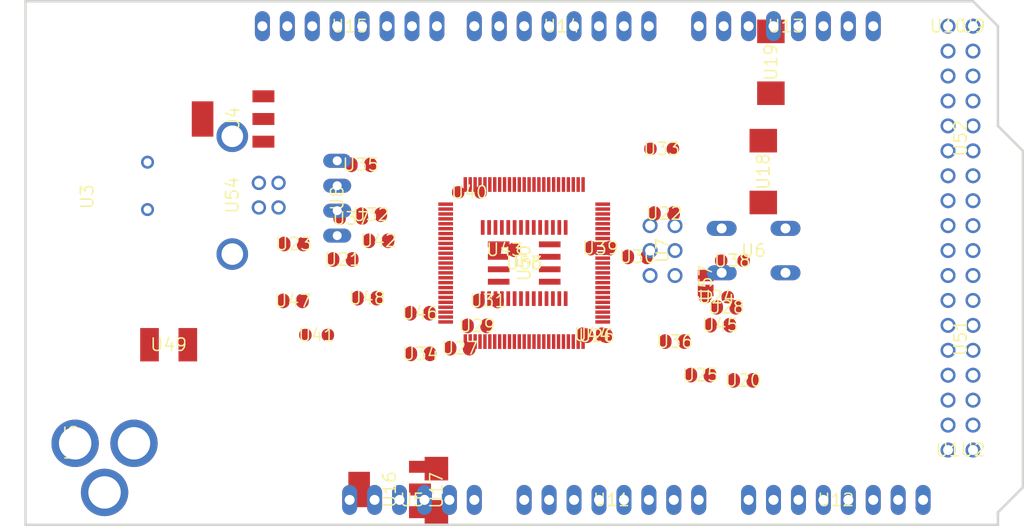
<source format=kicad_pcb>
 ( kicad_pcb  ( version 20171130 )
 ( host pcbnew "(5.1.4-0-10_14)" )
 ( general  ( thickness 1.6 )
 ( drawings 9 )
 ( tracks 0 )
 ( zones 0 )
 ( modules 57 )
 ( nets 100 )
)
 ( page A4 )
 ( layers  ( 0 Top signal )
 ( 31 Bottom signal )
 ( 32 B.Adhes user )
 ( 33 F.Adhes user )
 ( 34 B.Paste user )
 ( 35 F.Paste user )
 ( 36 B.SilkS user )
 ( 37 F.SilkS user )
 ( 38 B.Mask user )
 ( 39 F.Mask user )
 ( 40 Dwgs.User user )
 ( 41 Cmts.User user )
 ( 42 Eco1.User user )
 ( 43 Eco2.User user )
 ( 44 Edge.Cuts user )
 ( 45 Margin user )
 ( 46 B.CrtYd user )
 ( 47 F.CrtYd user )
 ( 48 B.Fab user )
 ( 49 F.Fab user )
)
 ( setup  ( last_trace_width 0.25 )
 ( user_trace_width 0.3048 )
 ( user_trace_width 1.27 )
 ( trace_clearance 0.063 )
 ( zone_clearance 0.508 )
 ( zone_45_only no )
 ( trace_min 0.2 )
 ( via_size 0.9144 )
 ( via_drill 0.4 )
 ( via_min_size 0.4 )
 ( via_min_drill 0.3 )
 ( uvia_size 0.3 )
 ( uvia_drill 0.1 )
 ( uvias_allowed yes )
 ( uvia_min_size 0.2 )
 ( uvia_min_drill 0.1 )
 ( edge_width 0.05 )
 ( segment_width 0.2 )
 ( pcb_text_width 0.3 )
 ( pcb_text_size 1.5 1.5 )
 ( mod_edge_width 0.12 )
 ( mod_text_size 1 1 )
 ( mod_text_width 0.15 )
 ( pad_size 0.35 1.5 )
 ( pad_drill 0 )
 ( pad_to_mask_clearance 0.051 )
 ( solder_mask_min_width 0.25 )
 ( aux_axis_origin 0 0 )
 ( visible_elements FFFFFF7F )
 ( pcbplotparams  ( layerselection 0x010fc_ffffffff )
 ( usegerberextensions false )
 ( usegerberattributes false )
 ( usegerberadvancedattributes false )
 ( creategerberjobfile false )
 ( excludeedgelayer true )
 ( linewidth 0.100000 )
 ( plotframeref false )
 ( viasonmask false )
 ( mode 1 )
 ( useauxorigin false )
 ( hpglpennumber 1 )
 ( hpglpenspeed 20 )
 ( hpglpendiameter 15.000000 )
 ( psnegative false )
 ( psa4output false )
 ( plotreference true )
 ( plotvalue true )
 ( plotinvisibletext false )
 ( padsonsilk false )
 ( subtractmaskfromsilk false )
 ( outputformat 1 )
 ( mirror false )
 ( drillshape 1 )
 ( scaleselection 1 )
 ( outputdirectory "" )
)
)
 ( net 0 "" )
 ( net 1 +5V )
 ( net 2 GND )
 ( net 3 N$6 )
 ( net 4 N$7 )
 ( net 5 AREF )
 ( net 6 RESET )
 ( net 7 VIN )
 ( net 8 N$3 )
 ( net 9 PWRIN )
 ( net 10 M8RXD )
 ( net 11 M8TXD )
 ( net 12 ADC0 )
 ( net 13 ADC2 )
 ( net 14 ADC1 )
 ( net 15 ADC3 )
 ( net 16 ADC4 )
 ( net 17 ADC5 )
 ( net 18 ADC6 )
 ( net 19 ADC7 )
 ( net 20 +3V3 )
 ( net 21 SDA )
 ( net 22 SCL )
 ( net 23 ADC9 )
 ( net 24 ADC8 )
 ( net 25 ADC10 )
 ( net 26 ADC11 )
 ( net 27 ADC12 )
 ( net 28 ADC13 )
 ( net 29 ADC14 )
 ( net 30 ADC15 )
 ( net 31 PB3 )
 ( net 32 PB2 )
 ( net 33 PB1 )
 ( net 34 PB5 )
 ( net 35 PB4 )
 ( net 36 PE5 )
 ( net 37 PE4 )
 ( net 38 PE3 )
 ( net 39 PE1 )
 ( net 40 PE0 )
 ( net 41 N$15 )
 ( net 42 N$53 )
 ( net 43 N$54 )
 ( net 44 N$55 )
 ( net 45 D- )
 ( net 46 D+ )
 ( net 47 N$60 )
 ( net 48 DTR )
 ( net 49 USBVCC )
 ( net 50 N$2 )
 ( net 51 N$4 )
 ( net 52 GATE_CMD )
 ( net 53 CMP )
 ( net 54 PB6 )
 ( net 55 PH3 )
 ( net 56 PH4 )
 ( net 57 PH5 )
 ( net 58 PH6 )
 ( net 59 PG5 )
 ( net 60 RXD1 )
 ( net 61 TXD1 )
 ( net 62 RXD2 )
 ( net 63 RXD3 )
 ( net 64 TXD2 )
 ( net 65 TXD3 )
 ( net 66 PC0 )
 ( net 67 PC1 )
 ( net 68 PC2 )
 ( net 69 PC3 )
 ( net 70 PC4 )
 ( net 71 PC5 )
 ( net 72 PC6 )
 ( net 73 PC7 )
 ( net 74 PB0 )
 ( net 75 PG0 )
 ( net 76 PG1 )
 ( net 77 PG2 )
 ( net 78 PD7 )
 ( net 79 PA0 )
 ( net 80 PA1 )
 ( net 81 PA2 )
 ( net 82 PA3 )
 ( net 83 PA4 )
 ( net 84 PA5 )
 ( net 85 PA6 )
 ( net 86 PA7 )
 ( net 87 PL0 )
 ( net 88 PL1 )
 ( net 89 PL2 )
 ( net 90 PL3 )
 ( net 91 PL4 )
 ( net 92 PL5 )
 ( net 93 PL6 )
 ( net 94 PL7 )
 ( net 95 PB7 )
 ( net 96 CTS )
 ( net 97 DSR )
 ( net 98 DCD )
 ( net 99 RI )
 ( net_class Default "This is the default net class."  ( clearance 0.063 )
 ( trace_width 0.25 )
 ( via_dia 0.9144 )
 ( via_drill 0.4 )
 ( uvia_dia 0.3 )
 ( uvia_drill 0.1 )
)
 ( net_class Power ""  ( clearance 0.063 )
 ( trace_width 0.3048 )
 ( via_dia 0.9144 )
 ( via_drill 0.4 )
 ( uvia_dia 0.3 )
 ( uvia_drill 0.1 )
 ( add_net +3V3 )
 ( add_net +5V )
 ( add_net PWRIN )
 ( add_net USBVCC )
)
 ( net_class Signal ""  ( clearance 0.063 )
 ( trace_width 0.2032 )
 ( via_dia 0.9144 )
 ( via_drill 0.4 )
 ( uvia_dia 0.3 )
 ( uvia_drill 0.1 )
 ( add_net ADC0 )
 ( add_net ADC1 )
 ( add_net ADC10 )
 ( add_net ADC11 )
 ( add_net ADC12 )
 ( add_net ADC13 )
 ( add_net ADC14 )
 ( add_net ADC15 )
 ( add_net ADC2 )
 ( add_net ADC3 )
 ( add_net ADC4 )
 ( add_net ADC5 )
 ( add_net ADC6 )
 ( add_net ADC7 )
 ( add_net ADC8 )
 ( add_net ADC9 )
 ( add_net AREF )
 ( add_net CMP )
 ( add_net CTS )
 ( add_net D+ )
 ( add_net D- )
 ( add_net DCD )
 ( add_net DSR )
 ( add_net DTR )
 ( add_net GATE_CMD )
 ( add_net GND )
 ( add_net M8RXD )
 ( add_net M8TXD )
 ( add_net N$15 )
 ( add_net N$2 )
 ( add_net N$3 )
 ( add_net N$4 )
 ( add_net N$53 )
 ( add_net N$54 )
 ( add_net N$55 )
 ( add_net N$6 )
 ( add_net N$60 )
 ( add_net N$7 )
 ( add_net PA0 )
 ( add_net PA1 )
 ( add_net PA2 )
 ( add_net PA3 )
 ( add_net PA4 )
 ( add_net PA5 )
 ( add_net PA6 )
 ( add_net PA7 )
 ( add_net PB0 )
 ( add_net PB1 )
 ( add_net PB2 )
 ( add_net PB3 )
 ( add_net PB4 )
 ( add_net PB5 )
 ( add_net PB6 )
 ( add_net PB7 )
 ( add_net PC0 )
 ( add_net PC1 )
 ( add_net PC2 )
 ( add_net PC3 )
 ( add_net PC4 )
 ( add_net PC5 )
 ( add_net PC6 )
 ( add_net PC7 )
 ( add_net PD7 )
 ( add_net PE0 )
 ( add_net PE1 )
 ( add_net PE3 )
 ( add_net PE4 )
 ( add_net PE5 )
 ( add_net PG0 )
 ( add_net PG1 )
 ( add_net PG2 )
 ( add_net PG5 )
 ( add_net PH3 )
 ( add_net PH4 )
 ( add_net PH5 )
 ( add_net PH6 )
 ( add_net PL0 )
 ( add_net PL1 )
 ( add_net PL2 )
 ( add_net PL3 )
 ( add_net PL4 )
 ( add_net PL5 )
 ( add_net PL6 )
 ( add_net PL7 )
 ( add_net RESET )
 ( add_net RI )
 ( add_net RXD1 )
 ( add_net RXD2 )
 ( add_net RXD3 )
 ( add_net SCL )
 ( add_net SDA )
 ( add_net TXD1 )
 ( add_net TXD2 )
 ( add_net TXD3 )
)
 ( net_class VIN ""  ( clearance 0.063 )
 ( trace_width 1.2 )
 ( via_dia 0.9144 )
 ( via_drill 0.4 )
 ( uvia_dia 0.3 )
 ( uvia_drill 0.1 )
 ( add_net VIN )
)
 ( module Arduino_MEGA_Reference_Design:PN61729  ( layer Top )
 ( tedit 5DD86010 )
 ( tstamp 5DD86102 )
 ( at 116.225639 98.089818 270.000000 )
 ( fp_text reference U54  ( at 0 -2.54 270 )
 ( layer F.SilkS )
 ( effects  ( font  ( size 1.27 1.27 )
 ( thickness 0.15 )
)
)
)
 ( fp_text value ""  ( at 0 -2.54 270 )
 ( layer F.SilkS )
 ( effects  ( font  ( size 1.27 1.27 )
 ( thickness 0.15 )
)
)
)
 ( fp_poly  ( pts  ( xy -6 -8.29 )
 ( xy 6 -8.29 )
 ( xy 6 7.71 )
 ( xy -6 7.71 )
)
 ( layer F.CrtYd )
 ( width 0.1 )
)
 ( pad P$2 thru_hole circle  ( at 6 -2.54 270.000000 )
 ( size 3.216 3.216 )
 ( drill 2.2 )
 ( layers *.Cu *.Mask )
 ( net 2 GND )
 ( solder_mask_margin 0.1524 )
)
 ( pad P$1 thru_hole circle  ( at -6 -2.54 270.000000 )
 ( size 3.216 3.216 )
 ( drill 2.2 )
 ( layers *.Cu *.Mask )
 ( net 2 GND )
 ( solder_mask_margin 0.1524 )
)
 ( pad 4 thru_hole circle  ( at 1.25 -5.25 270.000000 )
 ( size 1.458 1.458 )
 ( drill 0.95 )
 ( layers *.Cu *.Mask )
 ( net 2 GND )
 ( solder_mask_margin 0.1524 )
)
 ( pad 3 thru_hole circle  ( at -1.25 -5.25 270.000000 )
 ( size 1.458 1.458 )
 ( drill 0.95 )
 ( layers *.Cu *.Mask )
 ( net 46 D+ )
 ( solder_mask_margin 0.1524 )
)
 ( pad 2 thru_hole circle  ( at -1.25 -7.25 270.000000 )
 ( size 1.458 1.458 )
 ( drill 0.95 )
 ( layers *.Cu *.Mask )
 ( net 45 D- )
 ( solder_mask_margin 0.1524 )
)
 ( pad 1 thru_hole circle  ( at 1.25 -7.25 270.000000 )
 ( size 1.458 1.458 )
 ( drill 0.95 )
 ( layers *.Cu *.Mask )
 ( net 47 N$60 )
 ( solder_mask_margin 0.1524 )
)
)
 ( module Arduino_MEGA_Reference_Design:DC-21MM locked  ( layer Top )
 ( tedit 5DD85FF7 )
 ( tstamp 5DD85D69 )
 ( at 103.035100 123.291600 90.000000 )
 ( fp_text reference U55  ( at 0 -0.635 90 )
 ( layer F.SilkS )
 ( effects  ( font  ( size 1.27 1.27 )
 ( thickness 0.15 )
)
)
)
 ( fp_text value ""  ( at 0 -0.635 90 )
 ( layer F.SilkS )
 ( effects  ( font  ( size 1.27 1.27 )
 ( thickness 0.15 )
)
)
)
 ( fp_poly  ( pts  ( xy -5.25 -7.885 )
 ( xy 4 -7.885 )
 ( xy 4 5.865 )
 ( xy -5.25 5.865 )
)
 ( layer F.CrtYd )
 ( width 0.1 )
)
 ( pad 3 thru_hole circle  ( at -0.0762 -0.2794 90.000000 )
 ( size 4.826 4.826 )
 ( drill 3.302 )
 ( layers *.Cu *.Mask )
 ( net 2 GND )
 ( solder_mask_margin 0.1524 )
)
 ( pad 2 thru_hole circle  ( at -0.0762 5.715 90.000000 )
 ( size 4.826 4.826 )
 ( drill 3.302 )
 ( layers *.Cu *.Mask )
 ( net 9 PWRIN )
 ( solder_mask_margin 0.1524 )
)
 ( pad 1 thru_hole circle  ( at -5.08 2.7178 90.000000 )
 ( size 4.826 4.826 )
 ( drill 3.302 )
 ( layers *.Cu *.Mask )
 ( net 2 GND )
 ( solder_mask_margin 0.1524 )
)
)
 ( module Arduino_MEGA_Reference_Design:1X01 locked  ( layer Top )
 ( tedit 5DDD8317 )
 ( tstamp 5DD862A0 )
 ( at 191.681100 124.053600 )
 ( fp_text reference U1  ( at 0 0 )
 ( layer F.SilkS )
 ( effects  ( font  ( size 1.27 1.27 )
 ( thickness 0.15 )
)
)
)
 ( fp_text value ""  ( at 0 0 )
 ( layer F.SilkS )
 ( effects  ( font  ( size 1.27 1.27 )
 ( thickness 0.15 )
)
)
)
 ( fp_poly  ( pts  ( xy -1.3 -1.25 )
 ( xy 1.3 -1.25 )
 ( xy 1.3 1.25 )
 ( xy -1.3 1.25 )
)
 ( layer F.CrtYd )
 ( width 0.1 )
)
 ( pad 1 thru_hole circle  ( at 0 0 )
 ( size 1.524 1.524 )
 ( drill 1.016 )
 ( layers *.Cu *.Mask )
 ( net 2 GND )
 ( solder_mask_margin 0.1524 )
)
)
 ( module Arduino_MEGA_Reference_Design:1X01 locked  ( layer Top )
 ( tedit 5DDD82F6 )
 ( tstamp 5DD862AD )
 ( at 194.221100 124.053600 )
 ( fp_text reference U2  ( at 0 0 )
 ( layer F.SilkS )
 ( effects  ( font  ( size 1.27 1.27 )
 ( thickness 0.15 )
)
)
)
 ( fp_text value ""  ( at 0 0 )
 ( layer F.SilkS )
 ( effects  ( font  ( size 1.27 1.27 )
 ( thickness 0.15 )
)
)
)
 ( fp_poly  ( pts  ( xy -1.2 -1.2 )
 ( xy 1.2 -1.2 )
 ( xy 1.2 1.25 )
 ( xy -1.2 1.25 )
)
 ( layer F.CrtYd )
 ( width 0.1 )
)
 ( pad 1 thru_hole circle  ( at 0 0 )
 ( size 1.524 1.524 )
 ( drill 1.016 )
 ( layers *.Cu *.Mask )
 ( net 2 GND )
 ( solder_mask_margin 0.1524 )
)
)
 ( module Arduino_MEGA_Reference_Design:HC49_S  ( layer Top )
 ( tedit 5DDD82D4 )
 ( tstamp 5DD85D77 )
 ( at 110.130304 97.143929 90.000000 )
 ( fp_text reference U3  ( at -1.1 -6.15 90 )
 ( layer F.SilkS )
 ( effects  ( font  ( size 1.27 1.27 )
 ( thickness 0.15 )
)
)
)
 ( fp_text value ""  ( at -1.1 -6.15 90 )
 ( layer F.SilkS )
 ( effects  ( font  ( size 1.27 1.27 )
 ( thickness 0.15 )
)
)
)
 ( fp_poly  ( pts  ( xy -4.45 -2.55 )
 ( xy -5.05 -1.9 )
 ( xy -5.7 -1.25 )
 ( xy -5.7 1.35 )
 ( xy -5.05 1.95 )
 ( xy -4.4 2.55 )
 ( xy 4.5 2.55 )
 ( xy 5.1 1.85 )
 ( xy 5.75 1.3 )
 ( xy 5.7 -1.3 )
 ( xy 5.1 -1.85 )
 ( xy 4.45 -2.55 )
)
 ( layer F.CrtYd )
 ( width 0.1 )
)
 ( pad 2 thru_hole circle  ( at 2.413 0 90.000000 )
 ( size 1.3208 1.3208 )
 ( drill 0.8128 )
 ( layers *.Cu *.Mask )
 ( net 4 N$7 )
 ( solder_mask_margin 0.1524 )
)
 ( pad 1 thru_hole circle  ( at -2.413 0 90.000000 )
 ( size 1.3208 1.3208 )
 ( drill 0.8128 )
 ( layers *.Cu *.Mask )
 ( net 3 N$6 )
 ( solder_mask_margin 0.1524 )
)
)
 ( module Arduino_MEGA_Reference_Design:SOT223  ( layer Top )
 ( tedit 5DDD8275 )
 ( tstamp 5DD8614A )
 ( at 118.836487 90.327956 90.000000 )
 ( fp_text reference U4  ( at 0 0 90 )
 ( layer F.SilkS )
 ( effects  ( font  ( size 1.27 1.27 )
 ( thickness 0.15 )
)
)
)
 ( fp_text value ""  ( at 0 0 90 )
 ( layer F.SilkS )
 ( effects  ( font  ( size 1.27 1.27 )
 ( thickness 0.15 )
)
)
)
 ( fp_poly  ( pts  ( xy -3.35 -1.85 )
 ( xy 3.35 -1.85 )
 ( xy 3.35 1.9 )
 ( xy -3.4 1.85 )
)
 ( layer F.CrtYd )
 ( width 0.1 )
)
 ( pad 4 smd rect  ( at 0 -3.099 90.000000 )
 ( size 3.6 2.2 )
 ( layers Top F.Mask F.Paste )
 ( solder_mask_margin 0.1524 )
)
 ( pad 3 smd rect  ( at 2.3114 3.0988 90.000000 )
 ( size 1.2192 2.2352 )
 ( layers Top F.Mask F.Paste )
 ( net 1 +5V )
 ( solder_mask_margin 0.1524 )
)
 ( pad 2 smd rect  ( at 0 3.0988 90.000000 )
 ( size 1.2192 2.2352 )
 ( layers Top F.Mask F.Paste )
 ( net 49 USBVCC )
 ( solder_mask_margin 0.1524 )
)
 ( pad 1 smd rect  ( at -2.3114 3.0988 90.000000 )
 ( size 1.2192 2.2352 )
 ( layers Top F.Mask F.Paste )
 ( net 52 GATE_CMD )
 ( solder_mask_margin 0.1524 )
)
)
 ( module Arduino_MEGA_Reference_Design:1X06 locked  ( layer Top )
 ( tedit 5DD8649A )
 ( tstamp 5DD85DDB )
 ( at 137.071100 129.133600 )
 ( fp_text reference U5  ( at 0 0 )
 ( layer F.SilkS )
 ( effects  ( font  ( size 1.27 1.27 )
 ( thickness 0.15 )
)
)
)
 ( fp_text value ""  ( at 0 0 )
 ( layer F.SilkS )
 ( effects  ( font  ( size 1.27 1.27 )
 ( thickness 0.15 )
)
)
)
 ( fp_poly  ( pts  ( xy -7.6 -1.25 )
 ( xy 7.6 -1.25 )
 ( xy 7.6 1.25 )
 ( xy -7.6 1.25 )
)
 ( layer F.CrtYd )
 ( width 0.1 )
)
 ( pad 6 thru_hole oval  ( at 6.35 0 90.000000 )
 ( size 3.048 1.524 )
 ( drill 1.016 )
 ( layers *.Cu *.Mask )
 ( net 7 VIN )
 ( solder_mask_margin 0.1524 )
)
 ( pad 5 thru_hole oval  ( at 3.81 0 90.000000 )
 ( size 3.048 1.524 )
 ( drill 1.016 )
 ( layers *.Cu *.Mask )
 ( net 2 GND )
 ( solder_mask_margin 0.1524 )
)
 ( pad 4 thru_hole oval  ( at 1.27 0 90.000000 )
 ( size 3.048 1.524 )
 ( drill 1.016 )
 ( layers *.Cu *.Mask )
 ( net 2 GND )
 ( solder_mask_margin 0.1524 )
)
 ( pad 3 thru_hole oval  ( at -1.27 0 90.000000 )
 ( size 3.048 1.524 )
 ( drill 1.016 )
 ( layers *.Cu *.Mask )
 ( net 1 +5V )
 ( solder_mask_margin 0.1524 )
)
 ( pad 2 thru_hole oval  ( at -3.81 0 90.000000 )
 ( size 3.048 1.524 )
 ( drill 1.016 )
 ( layers *.Cu *.Mask )
 ( net 20 +3V3 )
 ( solder_mask_margin 0.1524 )
)
 ( pad 1 thru_hole oval  ( at -6.35 0 90.000000 )
 ( size 3.048 1.524 )
 ( drill 1.016 )
 ( layers *.Cu *.Mask )
 ( net 6 RESET )
 ( solder_mask_margin 0.1524 )
)
)
 ( module Arduino_MEGA_Reference_Design:B3F-10XX locked  ( layer Top )
 ( tedit 5DD8641F )
 ( tstamp 5DD85D15 )
 ( at 171.869100 103.733600 180.000000 )
 ( fp_text reference U6  ( at 0 0 180 )
 ( layer F.SilkS )
 ( effects  ( font  ( size 1.27 1.27 )
 ( thickness 0.15 )
)
)
)
 ( fp_text value ""  ( at 0 0 180 )
 ( layer F.SilkS )
 ( effects  ( font  ( size 1.27 1.27 )
 ( thickness 0.15 )
)
)
)
 ( fp_poly  ( pts  ( xy -3.45 -3.1 )
 ( xy 3.35 -3.1 )
 ( xy 3.3 3 )
 ( xy -3.5 3 )
)
 ( layer F.CrtYd )
 ( width 0.1 )
)
 ( pad 4 thru_hole oval  ( at 3.2512 2.2606 180.000000 )
 ( size 3.048 1.524 )
 ( drill 1.016 )
 ( layers *.Cu *.Mask )
 ( net 6 RESET )
 ( solder_mask_margin 0.1524 )
)
 ( pad 2 thru_hole oval  ( at 3.2512 -2.2606 180.000000 )
 ( size 3.048 1.524 )
 ( drill 1.016 )
 ( layers *.Cu *.Mask )
 ( net 2 GND )
 ( solder_mask_margin 0.1524 )
)
 ( pad 3 thru_hole oval  ( at -3.2512 2.2606 180.000000 )
 ( size 3.048 1.524 )
 ( drill 1.016 )
 ( layers *.Cu *.Mask )
 ( net 6 RESET )
 ( solder_mask_margin 0.1524 )
)
 ( pad 1 thru_hole oval  ( at -3.2512 -2.2606 180.000000 )
 ( size 3.048 1.524 )
 ( drill 1.016 )
 ( layers *.Cu *.Mask )
 ( net 2 GND )
 ( solder_mask_margin 0.1524 )
)
)
 ( module Arduino_MEGA_Reference_Design:2X03 locked  ( layer Top )
 ( tedit 5DD8640E )
 ( tstamp 5DD85C40 )
 ( at 162.598100 103.733600 270.000000 )
 ( fp_text reference U7  ( at 0 0 270 )
 ( layer F.SilkS )
 ( effects  ( font  ( size 1.27 1.27 )
 ( thickness 0.15 )
)
)
)
 ( fp_text value ""  ( at 0 0 270 )
 ( layer F.SilkS )
 ( effects  ( font  ( size 1.27 1.27 )
 ( thickness 0.15 )
)
)
)
 ( fp_poly  ( pts  ( xy -3.85 -2.5 )
 ( xy 3.825 -2.575 )
 ( xy 3.85 2.5125 )
 ( xy -3.85 2.4875 )
)
 ( layer F.CrtYd )
 ( width 0.1 )
)
 ( pad 6 thru_hole circle  ( at 2.54 -1.27 270.000000 )
 ( size 1.524 1.524 )
 ( drill 1.016 )
 ( layers *.Cu *.Mask )
 ( net 2 GND )
 ( solder_mask_margin 0.1524 )
)
 ( pad 5 thru_hole circle  ( at 2.54 1.27 270.000000 )
 ( size 1.524 1.524 )
 ( drill 1.016 )
 ( layers *.Cu *.Mask )
 ( net 6 RESET )
 ( solder_mask_margin 0.1524 )
)
 ( pad 4 thru_hole circle  ( at 0 -1.27 270.000000 )
 ( size 1.524 1.524 )
 ( drill 1.016 )
 ( layers *.Cu *.Mask )
 ( net 32 PB2 )
 ( solder_mask_margin 0.1524 )
)
 ( pad 3 thru_hole circle  ( at 0 1.27 270.000000 )
 ( size 1.524 1.524 )
 ( drill 1.016 )
 ( layers *.Cu *.Mask )
 ( net 33 PB1 )
 ( solder_mask_margin 0.1524 )
)
 ( pad 2 thru_hole circle  ( at -2.54 -1.27 270.000000 )
 ( size 1.524 1.524 )
 ( drill 1.016 )
 ( layers *.Cu *.Mask )
 ( net 1 +5V )
 ( solder_mask_margin 0.1524 )
)
 ( pad 1 thru_hole circle  ( at -2.54 1.27 270.000000 )
 ( size 1.524 1.524 )
 ( drill 1.016 )
 ( layers *.Cu *.Mask )
 ( net 31 PB3 )
 ( solder_mask_margin 0.1524 )
)
)
 ( module Arduino_MEGA_Reference_Design:JP4 locked  ( layer Top )
 ( tedit 5DD863EA )
 ( tstamp 5DD862CC )
 ( at 129.451100 98.399600 270.000000 )
 ( fp_text reference U8  ( at 0 0 270 )
 ( layer F.SilkS )
 ( effects  ( font  ( size 1.27 1.27 )
 ( thickness 0.15 )
)
)
)
 ( fp_text value ""  ( at 0 0 270 )
 ( layer F.SilkS )
 ( effects  ( font  ( size 1.27 1.27 )
 ( thickness 0.15 )
)
)
)
 ( fp_poly  ( pts  ( xy -5.05 -1.3 )
 ( xy 5.05 -1.3 )
 ( xy 5.05 1.25 )
 ( xy -5.05 1.3 )
)
 ( layer F.CrtYd )
 ( width 0.1 )
)
 ( pad 4 thru_hole oval  ( at 3.81 0 )
 ( size 2.8448 1.4224 )
 ( drill 0.9144 )
 ( layers *.Cu *.Mask )
 ( net 99 RI )
 ( solder_mask_margin 0.1524 )
)
 ( pad 3 thru_hole oval  ( at 1.27 0 )
 ( size 2.8448 1.4224 )
 ( drill 0.9144 )
 ( layers *.Cu *.Mask )
 ( net 98 DCD )
 ( solder_mask_margin 0.1524 )
)
 ( pad 2 thru_hole oval  ( at -1.27 0 )
 ( size 2.8448 1.4224 )
 ( drill 0.9144 )
 ( layers *.Cu *.Mask )
 ( net 97 DSR )
 ( solder_mask_margin 0.1524 )
)
 ( pad 1 thru_hole oval  ( at -3.81 0 )
 ( size 2.8448 1.4224 )
 ( drill 0.9144 )
 ( layers *.Cu *.Mask )
 ( net 96 CTS )
 ( solder_mask_margin 0.1524 )
)
)
 ( module Arduino_MEGA_Reference_Design:1X01 locked  ( layer Top )
 ( tedit 5DD863C9 )
 ( tstamp 5DD86293 )
 ( at 194.221100 80.873600 )
 ( fp_text reference U9  ( at 0 0 )
 ( layer F.SilkS )
 ( effects  ( font  ( size 1.27 1.27 )
 ( thickness 0.15 )
)
)
)
 ( fp_text value ""  ( at 0 0 )
 ( layer F.SilkS )
 ( effects  ( font  ( size 1.27 1.27 )
 ( thickness 0.15 )
)
)
)
 ( fp_poly  ( pts  ( xy -1.25 -1.25 )
 ( xy 1.25 -1.25 )
 ( xy 1.25 1.25 )
 ( xy -1.25 1.25 )
)
 ( layer F.CrtYd )
 ( width 0.1 )
)
 ( pad 1 thru_hole circle  ( at 0 0 )
 ( size 1.524 1.524 )
 ( drill 1.016 )
 ( layers *.Cu *.Mask )
 ( net 1 +5V )
 ( solder_mask_margin 0.1524 )
)
)
 ( module Arduino_MEGA_Reference_Design:1X01 locked  ( layer Top )
 ( tedit 5DD863BF )
 ( tstamp 5DD86286 )
 ( at 191.681100 80.873600 )
 ( fp_text reference U10  ( at 0 0 )
 ( layer F.SilkS )
 ( effects  ( font  ( size 1.27 1.27 )
 ( thickness 0.15 )
)
)
)
 ( fp_text value ""  ( at 0 0 )
 ( layer F.SilkS )
 ( effects  ( font  ( size 1.27 1.27 )
 ( thickness 0.15 )
)
)
)
 ( fp_poly  ( pts  ( xy -1.25 -1.25 )
 ( xy 1.25 -1.25 )
 ( xy 1.25 1.25 )
 ( xy -1.25 1.25 )
)
 ( layer F.CrtYd )
 ( width 0.1 )
)
 ( pad 1 thru_hole circle  ( at 0 0 )
 ( size 1.524 1.524 )
 ( drill 1.016 )
 ( layers *.Cu *.Mask )
 ( net 1 +5V )
 ( solder_mask_margin 0.1524 )
)
)
 ( module Arduino_MEGA_Reference_Design:1X08 locked  ( layer Top )
 ( tedit 5DD8632A )
 ( tstamp 5DD85E65 )
 ( at 157.391100 129.133600 )
 ( fp_text reference U11  ( at 0 0 )
 ( layer F.SilkS )
 ( effects  ( font  ( size 1.27 1.27 )
 ( thickness 0.15 )
)
)
)
 ( fp_text value ""  ( at 0 0 )
 ( layer F.SilkS )
 ( effects  ( font  ( size 1.27 1.27 )
 ( thickness 0.15 )
)
)
)
 ( fp_poly  ( pts  ( xy -10.15 -1.45 )
 ( xy 10.1 -1.4 )
 ( xy 10.15 1.25 )
 ( xy -10.15 1.25 )
)
 ( layer F.CrtYd )
 ( width 0.1 )
)
 ( pad 8 thru_hole oval  ( at 8.89 0 90.000000 )
 ( size 3.048 1.524 )
 ( drill 1.016 )
 ( layers *.Cu *.Mask )
 ( net 19 ADC7 )
 ( solder_mask_margin 0.1524 )
)
 ( pad 7 thru_hole oval  ( at 6.35 0 90.000000 )
 ( size 3.048 1.524 )
 ( drill 1.016 )
 ( layers *.Cu *.Mask )
 ( net 18 ADC6 )
 ( solder_mask_margin 0.1524 )
)
 ( pad 6 thru_hole oval  ( at 3.81 0 90.000000 )
 ( size 3.048 1.524 )
 ( drill 1.016 )
 ( layers *.Cu *.Mask )
 ( net 17 ADC5 )
 ( solder_mask_margin 0.1524 )
)
 ( pad 5 thru_hole oval  ( at 1.27 0 90.000000 )
 ( size 3.048 1.524 )
 ( drill 1.016 )
 ( layers *.Cu *.Mask )
 ( net 16 ADC4 )
 ( solder_mask_margin 0.1524 )
)
 ( pad 4 thru_hole oval  ( at -1.27 0 90.000000 )
 ( size 3.048 1.524 )
 ( drill 1.016 )
 ( layers *.Cu *.Mask )
 ( net 15 ADC3 )
 ( solder_mask_margin 0.1524 )
)
 ( pad 3 thru_hole oval  ( at -3.81 0 90.000000 )
 ( size 3.048 1.524 )
 ( drill 1.016 )
 ( layers *.Cu *.Mask )
 ( net 13 ADC2 )
 ( solder_mask_margin 0.1524 )
)
 ( pad 2 thru_hole oval  ( at -6.35 0 90.000000 )
 ( size 3.048 1.524 )
 ( drill 1.016 )
 ( layers *.Cu *.Mask )
 ( net 14 ADC1 )
 ( solder_mask_margin 0.1524 )
)
 ( pad 1 thru_hole oval  ( at -8.89 0 90.000000 )
 ( size 3.048 1.524 )
 ( drill 1.016 )
 ( layers *.Cu *.Mask )
 ( net 12 ADC0 )
 ( solder_mask_margin 0.1524 )
)
)
 ( module Arduino_MEGA_Reference_Design:1X08 locked  ( layer Top )
 ( tedit 5DD86322 )
 ( tstamp 5DD86013 )
 ( at 180.251100 129.133600 )
 ( fp_text reference U12  ( at 0 0 )
 ( layer F.SilkS )
 ( effects  ( font  ( size 1.27 1.27 )
 ( thickness 0.15 )
)
)
)
 ( fp_text value ""  ( at 0 0 )
 ( layer F.SilkS )
 ( effects  ( font  ( size 1.27 1.27 )
 ( thickness 0.15 )
)
)
)
 ( fp_poly  ( pts  ( xy -10.2 -1.4 )
 ( xy 10.05 -1.35 )
 ( xy 10.1 1.3 )
 ( xy -10.2 1.3 )
)
 ( layer F.CrtYd )
 ( width 0.1 )
)
 ( pad 8 thru_hole oval  ( at 8.89 0 90.000000 )
 ( size 3.048 1.524 )
 ( drill 1.016 )
 ( layers *.Cu *.Mask )
 ( net 30 ADC15 )
 ( solder_mask_margin 0.1524 )
)
 ( pad 7 thru_hole oval  ( at 6.35 0 90.000000 )
 ( size 3.048 1.524 )
 ( drill 1.016 )
 ( layers *.Cu *.Mask )
 ( net 29 ADC14 )
 ( solder_mask_margin 0.1524 )
)
 ( pad 6 thru_hole oval  ( at 3.81 0 90.000000 )
 ( size 3.048 1.524 )
 ( drill 1.016 )
 ( layers *.Cu *.Mask )
 ( net 28 ADC13 )
 ( solder_mask_margin 0.1524 )
)
 ( pad 5 thru_hole oval  ( at 1.27 0 90.000000 )
 ( size 3.048 1.524 )
 ( drill 1.016 )
 ( layers *.Cu *.Mask )
 ( net 27 ADC12 )
 ( solder_mask_margin 0.1524 )
)
 ( pad 4 thru_hole oval  ( at -1.27 0 90.000000 )
 ( size 3.048 1.524 )
 ( drill 1.016 )
 ( layers *.Cu *.Mask )
 ( net 26 ADC11 )
 ( solder_mask_margin 0.1524 )
)
 ( pad 3 thru_hole oval  ( at -3.81 0 90.000000 )
 ( size 3.048 1.524 )
 ( drill 1.016 )
 ( layers *.Cu *.Mask )
 ( net 25 ADC10 )
 ( solder_mask_margin 0.1524 )
)
 ( pad 2 thru_hole oval  ( at -6.35 0 90.000000 )
 ( size 3.048 1.524 )
 ( drill 1.016 )
 ( layers *.Cu *.Mask )
 ( net 23 ADC9 )
 ( solder_mask_margin 0.1524 )
)
 ( pad 1 thru_hole oval  ( at -8.89 0 90.000000 )
 ( size 3.048 1.524 )
 ( drill 1.016 )
 ( layers *.Cu *.Mask )
 ( net 24 ADC8 )
 ( solder_mask_margin 0.1524 )
)
)
 ( module Arduino_MEGA_Reference_Design:1X08 locked  ( layer Top )
 ( tedit 5DD86318 )
 ( tstamp 5DD85EB1 )
 ( at 175.171100 80.873600 180.000000 )
 ( fp_text reference U13  ( at 0 0 180 )
 ( layer F.SilkS )
 ( effects  ( font  ( size 1.27 1.27 )
 ( thickness 0.15 )
)
)
)
 ( fp_text value ""  ( at 0 0 180 )
 ( layer F.SilkS )
 ( effects  ( font  ( size 1.27 1.27 )
 ( thickness 0.15 )
)
)
)
 ( fp_poly  ( pts  ( xy -10.2 -1.4 )
 ( xy 10.05 -1.35 )
 ( xy 10.1 1.3 )
 ( xy -10.2 1.3 )
)
 ( layer F.CrtYd )
 ( width 0.1 )
)
 ( pad 8 thru_hole oval  ( at 8.89 0 270.000000 )
 ( size 3.048 1.524 )
 ( drill 1.016 )
 ( layers *.Cu *.Mask )
 ( net 65 TXD3 )
 ( solder_mask_margin 0.1524 )
)
 ( pad 7 thru_hole oval  ( at 6.35 0 270.000000 )
 ( size 3.048 1.524 )
 ( drill 1.016 )
 ( layers *.Cu *.Mask )
 ( net 63 RXD3 )
 ( solder_mask_margin 0.1524 )
)
 ( pad 6 thru_hole oval  ( at 3.81 0 270.000000 )
 ( size 3.048 1.524 )
 ( drill 1.016 )
 ( layers *.Cu *.Mask )
 ( net 64 TXD2 )
 ( solder_mask_margin 0.1524 )
)
 ( pad 5 thru_hole oval  ( at 1.27 0 270.000000 )
 ( size 3.048 1.524 )
 ( drill 1.016 )
 ( layers *.Cu *.Mask )
 ( net 62 RXD2 )
 ( solder_mask_margin 0.1524 )
)
 ( pad 4 thru_hole oval  ( at -1.27 0 270.000000 )
 ( size 3.048 1.524 )
 ( drill 1.016 )
 ( layers *.Cu *.Mask )
 ( net 61 TXD1 )
 ( solder_mask_margin 0.1524 )
)
 ( pad 3 thru_hole oval  ( at -3.81 0 270.000000 )
 ( size 3.048 1.524 )
 ( drill 1.016 )
 ( layers *.Cu *.Mask )
 ( net 60 RXD1 )
 ( solder_mask_margin 0.1524 )
)
 ( pad 2 thru_hole oval  ( at -6.35 0 270.000000 )
 ( size 3.048 1.524 )
 ( drill 1.016 )
 ( layers *.Cu *.Mask )
 ( net 21 SDA )
 ( solder_mask_margin 0.1524 )
)
 ( pad 1 thru_hole oval  ( at -8.89 0 270.000000 )
 ( size 3.048 1.524 )
 ( drill 1.016 )
 ( layers *.Cu *.Mask )
 ( net 22 SCL )
 ( solder_mask_margin 0.1524 )
)
)
 ( module Arduino_MEGA_Reference_Design:1X08 locked  ( layer Top )
 ( tedit 5DD8630B )
 ( tstamp 5DD85C65 )
 ( at 152.311100 80.873600 180.000000 )
 ( fp_text reference U14  ( at 0 0 180 )
 ( layer F.SilkS )
 ( effects  ( font  ( size 1.27 1.27 )
 ( thickness 0.15 )
)
)
)
 ( fp_text value ""  ( at 0 0 180 )
 ( layer F.SilkS )
 ( effects  ( font  ( size 1.27 1.27 )
 ( thickness 0.15 )
)
)
)
 ( fp_poly  ( pts  ( xy -10.15 -1.35 )
 ( xy 10.1 -1.3 )
 ( xy 10.15 1.35 )
 ( xy -10.15 1.35 )
)
 ( layer F.CrtYd )
 ( width 0.1 )
)
 ( pad 8 thru_hole oval  ( at 8.89 0 270.000000 )
 ( size 3.048 1.524 )
 ( drill 1.016 )
 ( layers *.Cu *.Mask )
 ( net 56 PH4 )
 ( solder_mask_margin 0.1524 )
)
 ( pad 7 thru_hole oval  ( at 6.35 0 270.000000 )
 ( size 3.048 1.524 )
 ( drill 1.016 )
 ( layers *.Cu *.Mask )
 ( net 55 PH3 )
 ( solder_mask_margin 0.1524 )
)
 ( pad 6 thru_hole oval  ( at 3.81 0 270.000000 )
 ( size 3.048 1.524 )
 ( drill 1.016 )
 ( layers *.Cu *.Mask )
 ( net 38 PE3 )
 ( solder_mask_margin 0.1524 )
)
 ( pad 5 thru_hole oval  ( at 1.27 0 270.000000 )
 ( size 3.048 1.524 )
 ( drill 1.016 )
 ( layers *.Cu *.Mask )
 ( net 59 PG5 )
 ( solder_mask_margin 0.1524 )
)
 ( pad 4 thru_hole oval  ( at -1.27 0 270.000000 )
 ( size 3.048 1.524 )
 ( drill 1.016 )
 ( layers *.Cu *.Mask )
 ( net 36 PE5 )
 ( solder_mask_margin 0.1524 )
)
 ( pad 3 thru_hole oval  ( at -3.81 0 270.000000 )
 ( size 3.048 1.524 )
 ( drill 1.016 )
 ( layers *.Cu *.Mask )
 ( net 37 PE4 )
 ( solder_mask_margin 0.1524 )
)
 ( pad 2 thru_hole oval  ( at -6.35 0 270.000000 )
 ( size 3.048 1.524 )
 ( drill 1.016 )
 ( layers *.Cu *.Mask )
 ( net 39 PE1 )
 ( solder_mask_margin 0.1524 )
)
 ( pad 1 thru_hole oval  ( at -8.89 0 270.000000 )
 ( size 3.048 1.524 )
 ( drill 1.016 )
 ( layers *.Cu *.Mask )
 ( net 40 PE0 )
 ( solder_mask_margin 0.1524 )
)
)
 ( module Arduino_MEGA_Reference_Design:1X08 locked  ( layer Top )
 ( tedit 5DD862DF )
 ( tstamp 5DD85CB1 )
 ( at 130.721100 80.873600 180.000000 )
 ( fp_text reference U15  ( at 0 0 180 )
 ( layer F.SilkS )
 ( effects  ( font  ( size 1.27 1.27 )
 ( thickness 0.15 )
)
)
)
 ( fp_text value ""  ( at 0 0 180 )
 ( layer F.SilkS )
 ( effects  ( font  ( size 1.27 1.27 )
 ( thickness 0.15 )
)
)
)
 ( fp_poly  ( pts  ( xy -10.1 -1.45 )
 ( xy 10.15 -1.4 )
 ( xy 10.2 1.25 )
 ( xy -10.1 1.25 )
)
 ( layer F.CrtYd )
 ( width 0.1 )
)
 ( pad 8 thru_hole oval  ( at 8.89 0 270.000000 )
 ( size 3.048 1.524 )
 ( drill 1.016 )
 ( layers *.Cu *.Mask )
 ( net 5 AREF )
 ( solder_mask_margin 0.1524 )
)
 ( pad 7 thru_hole oval  ( at 6.35 0 270.000000 )
 ( size 3.048 1.524 )
 ( drill 1.016 )
 ( layers *.Cu *.Mask )
 ( net 2 GND )
 ( solder_mask_margin 0.1524 )
)
 ( pad 6 thru_hole oval  ( at 3.81 0 270.000000 )
 ( size 3.048 1.524 )
 ( drill 1.016 )
 ( layers *.Cu *.Mask )
 ( net 95 PB7 )
 ( solder_mask_margin 0.1524 )
)
 ( pad 5 thru_hole oval  ( at 1.27 0 270.000000 )
 ( size 3.048 1.524 )
 ( drill 1.016 )
 ( layers *.Cu *.Mask )
 ( net 54 PB6 )
 ( solder_mask_margin 0.1524 )
)
 ( pad 4 thru_hole oval  ( at -1.27 0 270.000000 )
 ( size 3.048 1.524 )
 ( drill 1.016 )
 ( layers *.Cu *.Mask )
 ( net 34 PB5 )
 ( solder_mask_margin 0.1524 )
)
 ( pad 3 thru_hole oval  ( at -3.81 0 270.000000 )
 ( size 3.048 1.524 )
 ( drill 1.016 )
 ( layers *.Cu *.Mask )
 ( net 35 PB4 )
 ( solder_mask_margin 0.1524 )
)
 ( pad 2 thru_hole oval  ( at -6.35 0 270.000000 )
 ( size 3.048 1.524 )
 ( drill 1.016 )
 ( layers *.Cu *.Mask )
 ( net 58 PH6 )
 ( solder_mask_margin 0.1524 )
)
 ( pad 1 thru_hole oval  ( at -8.89 0 270.000000 )
 ( size 3.048 1.524 )
 ( drill 1.016 )
 ( layers *.Cu *.Mask )
 ( net 57 PH5 )
 ( solder_mask_margin 0.1524 )
)
)
 ( module Arduino_MEGA_Reference_Design:SOT223  ( layer Top )
 ( tedit 5DD862A6 )
 ( tstamp 5DD85DB9 )
 ( at 134.786297 128.071600 90.000000 )
 ( fp_text reference U16  ( at 0 0 90 )
 ( layer F.SilkS )
 ( effects  ( font  ( size 1.27 1.27 )
 ( thickness 0.15 )
)
)
)
 ( fp_text value ""  ( at 0 0 90 )
 ( layer F.SilkS )
 ( effects  ( font  ( size 1.27 1.27 )
 ( thickness 0.15 )
)
)
)
 ( fp_poly  ( pts  ( xy -3.45 -2 )
 ( xy 3.45 -2 )
 ( xy 3.45 1.9 )
 ( xy -3.45 1.9 )
)
 ( layer F.CrtYd )
 ( width 0.1 )
)
 ( pad 4 smd rect  ( at 0 -3.099 90.000000 )
 ( size 3.6 2.2 )
 ( layers Top F.Mask F.Paste )
 ( net 1 +5V )
 ( solder_mask_margin 0.1524 )
)
 ( pad 3 smd rect  ( at 2.3114 3.0988 90.000000 )
 ( size 1.2192 2.2352 )
 ( layers Top F.Mask F.Paste )
 ( net 7 VIN )
 ( solder_mask_margin 0.1524 )
)
 ( pad 2 smd rect  ( at 0 3.0988 90.000000 )
 ( size 1.2192 2.2352 )
 ( layers Top F.Mask F.Paste )
 ( net 1 +5V )
 ( solder_mask_margin 0.1524 )
)
 ( pad 1 smd rect  ( at -2.3114 3.0988 90.000000 )
 ( size 1.2192 2.2352 )
 ( layers Top F.Mask F.Paste )
 ( net 2 GND )
 ( solder_mask_margin 0.1524 )
)
)
 ( module Arduino_MEGA_Reference_Design:SMB  ( layer Top )
 ( tedit 5DD8628F )
 ( tstamp 5DD85D5A )
 ( at 139.558420 128.146600 270.000000 )
 ( fp_text reference U17  ( at 0 0 270 )
 ( layer F.SilkS )
 ( effects  ( font  ( size 1.27 1.27 )
 ( thickness 0.15 )
)
)
)
 ( fp_text value ""  ( at 0 0 270 )
 ( layer F.SilkS )
 ( effects  ( font  ( size 1.27 1.27 )
 ( thickness 0.15 )
)
)
)
 ( fp_poly  ( pts  ( xy -2.35 -2 )
 ( xy 2.35 -2 )
 ( xy 2.35 1.95 )
 ( xy -2.35 1.95 )
)
 ( layer F.CrtYd )
 ( width 0.1 )
)
 ( pad A smd rect  ( at 2.2 0 270.000000 )
 ( size 2.4 2.4 )
 ( layers Top F.Mask F.Paste )
 ( net 9 PWRIN )
 ( solder_mask_margin 0.1524 )
)
 ( pad C smd rect  ( at -2.2 0 270.000000 )
 ( size 2.4 2.4 )
 ( layers Top F.Mask F.Paste )
 ( net 7 VIN )
 ( solder_mask_margin 0.1524 )
)
)
 ( module Arduino_MEGA_Reference_Design:SMC_D  ( layer Top )
 ( tedit 5DD86271 )
 ( tstamp 5DD85CFD )
 ( at 172.857715 95.685136 270.000000 )
 ( fp_text reference U18  ( at 0 0 270 )
 ( layer F.SilkS )
 ( effects  ( font  ( size 1.27 1.27 )
 ( thickness 0.15 )
)
)
)
 ( fp_text value ""  ( at 0 0 270 )
 ( layer F.SilkS )
 ( effects  ( font  ( size 1.27 1.27 )
 ( thickness 0.15 )
)
)
)
 ( fp_poly  ( pts  ( xy -3.55 -2.15 )
 ( xy 3.55 -2.15 )
 ( xy 3.55 2.15 )
 ( xy -3.55 2.15 )
)
 ( layer F.CrtYd )
 ( width 0.1 )
)
 ( pad - smd rect  ( at 3.15 0 90.000000 )
 ( size 2.4 2.8 )
 ( layers Top F.Mask F.Paste )
 ( net 2 GND )
 ( solder_mask_margin 0.1524 )
)
 ( pad + smd rect  ( at -3.15 0 270.000000 )
 ( size 2.4 2.8 )
 ( layers Top F.Mask F.Paste )
 ( net 7 VIN )
 ( solder_mask_margin 0.1524 )
)
)
 ( module Arduino_MEGA_Reference_Design:SMC_D  ( layer Top )
 ( tedit 5DD8625D )
 ( tstamp 5DD85D09 )
 ( at 173.632108 84.552362 270.000000 )
 ( fp_text reference U19  ( at 0 0 270 )
 ( layer F.SilkS )
 ( effects  ( font  ( size 1.27 1.27 )
 ( thickness 0.15 )
)
)
)
 ( fp_text value ""  ( at 0 0 270 )
 ( layer F.SilkS )
 ( effects  ( font  ( size 1.27 1.27 )
 ( thickness 0.15 )
)
)
)
 ( fp_poly  ( pts  ( xy -3.6 -2.2 )
 ( xy 3.6 -2.2 )
 ( xy 3.6 2.2 )
 ( xy -3.6 2.2 )
)
 ( layer F.CrtYd )
 ( width 0.1 )
)
 ( pad - smd rect  ( at 3.15 0 90.000000 )
 ( size 2.4 2.8 )
 ( layers Top F.Mask F.Paste )
 ( net 2 GND )
 ( solder_mask_margin 0.1524 )
)
 ( pad + smd rect  ( at -3.15 0 270.000000 )
 ( size 2.4 2.8 )
 ( layers Top F.Mask F.Paste )
 ( net 1 +5V )
 ( solder_mask_margin 0.1524 )
)
)
 ( module Arduino_MEGA_Reference_Design:C0805RND  ( layer Top )
 ( tedit 5DD86249 )
 ( tstamp 5DD86005 )
 ( at 170.816139 116.955808 )
 ( fp_text reference U20  ( at 0 0 )
 ( layer F.SilkS )
 ( effects  ( font  ( size 1.27 1.27 )
 ( thickness 0.15 )
)
)
)
 ( fp_text value ""  ( at 0 0 )
 ( layer F.SilkS )
 ( effects  ( font  ( size 1.27 1.27 )
 ( thickness 0.15 )
)
)
)
 ( fp_poly  ( pts  ( xy -0.95 -0.75 )
 ( xy 1.05 -0.75 )
 ( xy 1.05 0.75 )
 ( xy -0.95 0.75 )
)
 ( layer F.CrtYd )
 ( width 0.1 )
)
 ( pad 2 smd roundrect  ( at 0.977 0 )
 ( size 1.3 1.5 )
 ( layers Top F.Mask F.Paste )
 ( roundrect_rratio 0.5 )
 ( net 2 GND )
 ( solder_mask_margin 0.1524 )
)
 ( pad 1 smd roundrect  ( at -0.977 0 )
 ( size 1.3 1.5 )
 ( layers Top F.Mask F.Paste )
 ( roundrect_rratio 0.5 )
 ( net 1 +5V )
 ( solder_mask_margin 0.1524 )
)
)
 ( module Arduino_MEGA_Reference_Design:C0805RND  ( layer Top )
 ( tedit 5DD86243 )
 ( tstamp 5DD85E31 )
 ( at 130.001134 104.640287 )
 ( fp_text reference U21  ( at 0 0 )
 ( layer F.SilkS )
 ( effects  ( font  ( size 1.27 1.27 )
 ( thickness 0.15 )
)
)
)
 ( fp_text value ""  ( at 0 0 )
 ( layer F.SilkS )
 ( effects  ( font  ( size 1.27 1.27 )
 ( thickness 0.15 )
)
)
)
 ( fp_poly  ( pts  ( xy -0.95 -0.75 )
 ( xy 1.05 -0.75 )
 ( xy 1.05 0.75 )
 ( xy -0.95 0.75 )
)
 ( layer F.CrtYd )
 ( width 0.1 )
)
 ( pad 2 smd roundrect  ( at 0.977 0 )
 ( size 1.3 1.5 )
 ( layers Top F.Mask F.Paste )
 ( roundrect_rratio 0.5 )
 ( net 3 N$6 )
 ( solder_mask_margin 0.1524 )
)
 ( pad 1 smd roundrect  ( at -0.977 0 )
 ( size 1.3 1.5 )
 ( layers Top F.Mask F.Paste )
 ( roundrect_rratio 0.5 )
 ( net 2 GND )
 ( solder_mask_margin 0.1524 )
)
)
 ( module Arduino_MEGA_Reference_Design:C0805RND  ( layer Top )
 ( tedit 5DD8623E )
 ( tstamp 5DD85E3F )
 ( at 162.740100 99.961203 )
 ( fp_text reference U22  ( at 0 0 )
 ( layer F.SilkS )
 ( effects  ( font  ( size 1.27 1.27 )
 ( thickness 0.15 )
)
)
)
 ( fp_text value ""  ( at 0 0 )
 ( layer F.SilkS )
 ( effects  ( font  ( size 1.27 1.27 )
 ( thickness 0.15 )
)
)
)
 ( fp_poly  ( pts  ( xy -0.95 -0.75 )
 ( xy 1.05 -0.75 )
 ( xy 1.05 0.75 )
 ( xy -0.95 0.75 )
)
 ( layer F.CrtYd )
 ( width 0.1 )
)
 ( pad 2 smd roundrect  ( at 0.977 0 )
 ( size 1.3 1.5 )
 ( layers Top F.Mask F.Paste )
 ( roundrect_rratio 0.5 )
 ( net 4 N$7 )
 ( solder_mask_margin 0.1524 )
)
 ( pad 1 smd roundrect  ( at -0.977 0 )
 ( size 1.3 1.5 )
 ( layers Top F.Mask F.Paste )
 ( roundrect_rratio 0.5 )
 ( net 2 GND )
 ( solder_mask_margin 0.1524 )
)
)
 ( module Arduino_MEGA_Reference_Design:C0805RND  ( layer Top )
 ( tedit 5DD86230 )
 ( tstamp 5DD85FF7 )
 ( at 125.018428 103.059916 180.000000 )
 ( fp_text reference U23  ( at 0 0 180 )
 ( layer F.SilkS )
 ( effects  ( font  ( size 1.27 1.27 )
 ( thickness 0.15 )
)
)
)
 ( fp_text value ""  ( at 0 0 180 )
 ( layer F.SilkS )
 ( effects  ( font  ( size 1.27 1.27 )
 ( thickness 0.15 )
)
)
)
 ( fp_poly  ( pts  ( xy -0.95 -0.75 )
 ( xy 1.05 -0.75 )
 ( xy 1.05 0.75 )
 ( xy -0.95 0.75 )
)
 ( layer F.CrtYd )
 ( width 0.1 )
)
 ( pad 2 smd roundrect  ( at 0.977 0 180.000000 )
 ( size 1.3 1.5 )
 ( layers Top F.Mask F.Paste )
 ( roundrect_rratio 0.5 )
 ( net 2 GND )
 ( solder_mask_margin 0.1524 )
)
 ( pad 1 smd roundrect  ( at -0.977 0 180.000000 )
 ( size 1.3 1.5 )
 ( layers Top F.Mask F.Paste )
 ( roundrect_rratio 0.5 )
 ( net 1 +5V )
 ( solder_mask_margin 0.1524 )
)
)
 ( module Arduino_MEGA_Reference_Design:0805RND  ( layer Top )
 ( tedit 5DD86228 )
 ( tstamp 5DD85D52 )
 ( at 168.089311 108.475741 180.000000 )
 ( fp_text reference U24  ( at 0 0 180 )
 ( layer F.SilkS )
 ( effects  ( font  ( size 1.27 1.27 )
 ( thickness 0.15 )
)
)
)
 ( fp_text value ""  ( at 0 0 180 )
 ( layer F.SilkS )
 ( effects  ( font  ( size 1.27 1.27 )
 ( thickness 0.15 )
)
)
)
 ( fp_poly  ( pts  ( xy -0.95 -0.75 )
 ( xy 1.05 -0.75 )
 ( xy 1.05 0.75 )
 ( xy -0.95 0.75 )
)
 ( layer F.CrtYd )
 ( width 0.1 )
)
 ( pad P$2 smd roundrect  ( at 1.143 0 270.000000 )
 ( size 1.27 1.27 )
 ( layers Top F.Mask F.Paste )
 ( roundrect_rratio 0.45 )
 ( net 2 GND )
 ( solder_mask_margin 0.1524 )
)
 ( pad P$1 smd roundrect  ( at -1.143 0 270.000000 )
 ( size 1.27 1.27 )
 ( layers Top F.Mask F.Paste )
 ( roundrect_rratio 0.45 )
 ( net 8 N$3 )
 ( solder_mask_margin 0.1524 )
)
)
 ( module Arduino_MEGA_Reference_Design:R0805RND  ( layer Top )
 ( tedit 5DD86221 )
 ( tstamp 5DD86278 )
 ( at 166.445903 116.418770 180.000000 )
 ( fp_text reference U25  ( at 0 0 180 )
 ( layer F.SilkS )
 ( effects  ( font  ( size 1.27 1.27 )
 ( thickness 0.15 )
)
)
)
 ( fp_text value ""  ( at 0 0 180 )
 ( layer F.SilkS )
 ( effects  ( font  ( size 1.27 1.27 )
 ( thickness 0.15 )
)
)
)
 ( fp_poly  ( pts  ( xy -0.95 -0.75 )
 ( xy 1.05 -0.75 )
 ( xy 1.05 0.75 )
 ( xy -0.95 0.75 )
)
 ( layer F.CrtYd )
 ( width 0.1 )
)
 ( pad 2 smd roundrect  ( at 0.977 0 180.000000 )
 ( size 1.3 1.5 )
 ( layers Top F.Mask F.Paste )
 ( roundrect_rratio 0.5 )
 ( net 8 N$3 )
 ( solder_mask_margin 0.1524 )
)
 ( pad 1 smd roundrect  ( at -0.977 0 180.000000 )
 ( size 1.3 1.5 )
 ( layers Top F.Mask F.Paste )
 ( roundrect_rratio 0.5 )
 ( net 1 +5V )
 ( solder_mask_margin 0.1524 )
)
)
 ( module Arduino_MEGA_Reference_Design:R0805RND  ( layer Top )
 ( tedit 5DD8621B )
 ( tstamp 5DD85EFD )
 ( at 155.886168 112.405041 180.000000 )
 ( fp_text reference U26  ( at 0 0 180 )
 ( layer F.SilkS )
 ( effects  ( font  ( size 1.27 1.27 )
 ( thickness 0.15 )
)
)
)
 ( fp_text value ""  ( at 0 0 180 )
 ( layer F.SilkS )
 ( effects  ( font  ( size 1.27 1.27 )
 ( thickness 0.15 )
)
)
)
 ( fp_poly  ( pts  ( xy -0.95 -0.75 )
 ( xy 1.05 -0.75 )
 ( xy 1.05 0.75 )
 ( xy -0.95 0.75 )
)
 ( layer F.CrtYd )
 ( width 0.1 )
)
 ( pad 2 smd roundrect  ( at 0.977 0 180.000000 )
 ( size 1.3 1.5 )
 ( layers Top F.Mask F.Paste )
 ( roundrect_rratio 0.5 )
 ( net 22 SCL )
 ( solder_mask_margin 0.1524 )
)
 ( pad 1 smd roundrect  ( at -0.977 0 180.000000 )
 ( size 1.3 1.5 )
 ( layers Top F.Mask F.Paste )
 ( roundrect_rratio 0.5 )
 ( net 1 +5V )
 ( solder_mask_margin 0.1524 )
)
)
 ( module Arduino_MEGA_Reference_Design:R0805RND  ( layer Top )
 ( tedit 5DD86215 )
 ( tstamp 5DD85F0B )
 ( at 141.923800 113.677019 180.000000 )
 ( fp_text reference U27  ( at 0 0 180 )
 ( layer F.SilkS )
 ( effects  ( font  ( size 1.27 1.27 )
 ( thickness 0.15 )
)
)
)
 ( fp_text value ""  ( at 0 0 180 )
 ( layer F.SilkS )
 ( effects  ( font  ( size 1.27 1.27 )
 ( thickness 0.15 )
)
)
)
 ( fp_poly  ( pts  ( xy -1 -0.8 )
 ( xy 1 -0.8 )
 ( xy 1 0.7 )
 ( xy -1 0.7 )
)
 ( layer F.CrtYd )
 ( width 0.1 )
)
 ( pad 2 smd roundrect  ( at 0.977 0 180.000000 )
 ( size 1.3 1.5 )
 ( layers Top F.Mask F.Paste )
 ( roundrect_rratio 0.5 )
 ( net 21 SDA )
 ( solder_mask_margin 0.1524 )
)
 ( pad 1 smd roundrect  ( at -0.977 0 180.000000 )
 ( size 1.3 1.5 )
 ( layers Top F.Mask F.Paste )
 ( roundrect_rratio 0.5 )
 ( net 1 +5V )
 ( solder_mask_margin 0.1524 )
)
)
 ( module Arduino_MEGA_Reference_Design:C0805RND  ( layer Top )
 ( tedit 5DD8620C )
 ( tstamp 5DD85E23 )
 ( at 169.080626 109.509115 )
 ( fp_text reference U28  ( at 0 0 )
 ( layer F.SilkS )
 ( effects  ( font  ( size 1.27 1.27 )
 ( thickness 0.15 )
)
)
)
 ( fp_text value ""  ( at 0 0 )
 ( layer F.SilkS )
 ( effects  ( font  ( size 1.27 1.27 )
 ( thickness 0.15 )
)
)
)
 ( fp_poly  ( pts  ( xy -0.95 -0.8 )
 ( xy 1.05 -0.8 )
 ( xy 1.05 0.7 )
 ( xy -0.95 0.7 )
)
 ( layer F.CrtYd )
 ( width 0.1 )
)
 ( pad 2 smd roundrect  ( at 0.977 0 )
 ( size 1.3 1.5 )
 ( layers Top F.Mask F.Paste )
 ( roundrect_rratio 0.5 )
 ( net 2 GND )
 ( solder_mask_margin 0.1524 )
)
 ( pad 1 smd roundrect  ( at -0.977 0 )
 ( size 1.3 1.5 )
 ( layers Top F.Mask F.Paste )
 ( roundrect_rratio 0.5 )
 ( net 1 +5V )
 ( solder_mask_margin 0.1524 )
)
)
 ( module Arduino_MEGA_Reference_Design:C0805RND  ( layer Top )
 ( tedit 5DD86204 )
 ( tstamp 5DD861B2 )
 ( at 143.699382 111.406638 )
 ( fp_text reference U29  ( at 0 0 )
 ( layer F.SilkS )
 ( effects  ( font  ( size 1.27 1.27 )
 ( thickness 0.15 )
)
)
)
 ( fp_text value ""  ( at 0 0 )
 ( layer F.SilkS )
 ( effects  ( font  ( size 1.27 1.27 )
 ( thickness 0.15 )
)
)
)
 ( fp_poly  ( pts  ( xy -0.95 -0.75 )
 ( xy 1.05 -0.75 )
 ( xy 1.05 0.75 )
 ( xy -0.95 0.75 )
)
 ( layer F.CrtYd )
 ( width 0.1 )
)
 ( pad 2 smd roundrect  ( at 0.977 0 )
 ( size 1.3 1.5 )
 ( layers Top F.Mask F.Paste )
 ( roundrect_rratio 0.5 )
 ( net 1 +5V )
 ( solder_mask_margin 0.1524 )
)
 ( pad 1 smd roundrect  ( at -0.977 0 )
 ( size 1.3 1.5 )
 ( layers Top F.Mask F.Paste )
 ( roundrect_rratio 0.5 )
 ( net 2 GND )
 ( solder_mask_margin 0.1524 )
)
)
 ( module Arduino_MEGA_Reference_Design:C0805RND  ( layer Top )
 ( tedit 5DD861FC )
 ( tstamp 5DD86089 )
 ( at 160.030199 104.376530 )
 ( fp_text reference U30  ( at 0 0 )
 ( layer F.SilkS )
 ( effects  ( font  ( size 1.27 1.27 )
 ( thickness 0.15 )
)
)
)
 ( fp_text value ""  ( at 0 0 )
 ( layer F.SilkS )
 ( effects  ( font  ( size 1.27 1.27 )
 ( thickness 0.15 )
)
)
)
 ( fp_poly  ( pts  ( xy -0.95 -0.75 )
 ( xy 1.05 -0.75 )
 ( xy 1.05 0.75 )
 ( xy -0.95 0.75 )
)
 ( layer F.CrtYd )
 ( width 0.1 )
)
 ( pad 2 smd roundrect  ( at 0.977 0 )
 ( size 1.3 1.5 )
 ( layers Top F.Mask F.Paste )
 ( roundrect_rratio 0.5 )
 ( net 20 +3V3 )
 ( solder_mask_margin 0.1524 )
)
 ( pad 1 smd roundrect  ( at -0.977 0 )
 ( size 1.3 1.5 )
 ( layers Top F.Mask F.Paste )
 ( roundrect_rratio 0.5 )
 ( net 2 GND )
 ( solder_mask_margin 0.1524 )
)
)
 ( module Arduino_MEGA_Reference_Design:C0805RND  ( layer Top )
 ( tedit 5DD861F5 )
 ( tstamp 5DD86118 )
 ( at 144.806576 108.866137 )
 ( fp_text reference U31  ( at 0 0 )
 ( layer F.SilkS )
 ( effects  ( font  ( size 1.27 1.27 )
 ( thickness 0.15 )
)
)
)
 ( fp_text value ""  ( at 0 0 )
 ( layer F.SilkS )
 ( effects  ( font  ( size 1.27 1.27 )
 ( thickness 0.15 )
)
)
)
 ( fp_poly  ( pts  ( xy -0.95 -0.75 )
 ( xy 1.05 -0.75 )
 ( xy 1.05 0.75 )
 ( xy -0.95 0.75 )
)
 ( layer F.CrtYd )
 ( width 0.1 )
)
 ( pad 2 smd roundrect  ( at 0.977 0 )
 ( size 1.3 1.5 )
 ( layers Top F.Mask F.Paste )
 ( roundrect_rratio 0.5 )
 ( net 2 GND )
 ( solder_mask_margin 0.1524 )
)
 ( pad 1 smd roundrect  ( at -0.977 0 )
 ( size 1.3 1.5 )
 ( layers Top F.Mask F.Paste )
 ( roundrect_rratio 0.5 )
 ( net 1 +5V )
 ( solder_mask_margin 0.1524 )
)
)
 ( module Arduino_MEGA_Reference_Design:R0805RND  ( layer Top )
 ( tedit 5DD861ED )
 ( tstamp 5DD860A7 )
 ( at 132.909102 100.082528 )
 ( fp_text reference U32  ( at 0 0 )
 ( layer F.SilkS )
 ( effects  ( font  ( size 1.27 1.27 )
 ( thickness 0.15 )
)
)
)
 ( fp_text value ""  ( at 0 0 )
 ( layer F.SilkS )
 ( effects  ( font  ( size 1.27 1.27 )
 ( thickness 0.15 )
)
)
)
 ( fp_poly  ( pts  ( xy -0.95 -0.75 )
 ( xy 1.05 -0.75 )
 ( xy 1.05 0.75 )
 ( xy -0.95 0.75 )
)
 ( layer F.CrtYd )
 ( width 0.1 )
)
 ( pad 2 smd roundrect  ( at 0.977 0 )
 ( size 1.3 1.5 )
 ( layers Top F.Mask F.Paste )
 ( roundrect_rratio 0.5 )
 ( net 1 +5V )
 ( solder_mask_margin 0.1524 )
)
 ( pad 1 smd roundrect  ( at -0.977 0 )
 ( size 1.3 1.5 )
 ( layers Top F.Mask F.Paste )
 ( roundrect_rratio 0.5 )
 ( net 43 N$54 )
 ( solder_mask_margin 0.1524 )
)
)
 ( module Arduino_MEGA_Reference_Design:0805RND  ( layer Top )
 ( tedit 5DD861E5 )
 ( tstamp 5DD86126 )
 ( at 162.508038 93.372923 180.000000 )
 ( fp_text reference U33  ( at 0 0 180 )
 ( layer F.SilkS )
 ( effects  ( font  ( size 1.27 1.27 )
 ( thickness 0.15 )
)
)
)
 ( fp_text value ""  ( at 0 0 180 )
 ( layer F.SilkS )
 ( effects  ( font  ( size 1.27 1.27 )
 ( thickness 0.15 )
)
)
)
 ( fp_poly  ( pts  ( xy -0.9 -0.75 )
 ( xy 1.1 -0.75 )
 ( xy 1.1 0.75 )
 ( xy -0.9 0.75 )
)
 ( layer F.CrtYd )
 ( width 0.1 )
)
 ( pad P$2 smd roundrect  ( at 1.143 0 270.000000 )
 ( size 1.27 1.27 )
 ( layers Top F.Mask F.Paste )
 ( roundrect_rratio 0.45 )
 ( net 2 GND )
 ( solder_mask_margin 0.1524 )
)
 ( pad P$1 smd roundrect  ( at -1.143 0 270.000000 )
 ( size 1.27 1.27 )
 ( layers Top F.Mask F.Paste )
 ( roundrect_rratio 0.45 )
 ( net 50 N$2 )
 ( solder_mask_margin 0.1524 )
)
)
 ( module Arduino_MEGA_Reference_Design:R0805RND  ( layer Top )
 ( tedit 5DD861DC )
 ( tstamp 5DD8612E )
 ( at 137.923011 114.255849 180.000000 )
 ( fp_text reference U34  ( at 0 0 180 )
 ( layer F.SilkS )
 ( effects  ( font  ( size 1.27 1.27 )
 ( thickness 0.15 )
)
)
)
 ( fp_text value ""  ( at 0 0 180 )
 ( layer F.SilkS )
 ( effects  ( font  ( size 1.27 1.27 )
 ( thickness 0.15 )
)
)
)
 ( fp_poly  ( pts  ( xy -0.95 -0.75 )
 ( xy 1.05 -0.75 )
 ( xy 1.05 0.75 )
 ( xy -0.95 0.75 )
)
 ( layer F.CrtYd )
 ( width 0.1 )
)
 ( pad 2 smd roundrect  ( at 0.977 0 180.000000 )
 ( size 1.3 1.5 )
 ( layers Top F.Mask F.Paste )
 ( roundrect_rratio 0.5 )
 ( net 50 N$2 )
 ( solder_mask_margin 0.1524 )
)
 ( pad 1 smd roundrect  ( at -0.977 0 180.000000 )
 ( size 1.3 1.5 )
 ( layers Top F.Mask F.Paste )
 ( roundrect_rratio 0.5 )
 ( net 95 PB7 )
 ( solder_mask_margin 0.1524 )
)
)
 ( module Arduino_MEGA_Reference_Design:C0805RND  ( layer Top )
 ( tedit 5DD861D5 )
 ( tstamp 5DD85E15 )
 ( at 131.862436 94.995145 )
 ( fp_text reference U35  ( at 0 0 )
 ( layer F.SilkS )
 ( effects  ( font  ( size 1.27 1.27 )
 ( thickness 0.15 )
)
)
)
 ( fp_text value ""  ( at 0 0 )
 ( layer F.SilkS )
 ( effects  ( font  ( size 1.27 1.27 )
 ( thickness 0.15 )
)
)
)
 ( fp_poly  ( pts  ( xy -0.95 -0.75 )
 ( xy 1.05 -0.75 )
 ( xy 1.05 0.75 )
 ( xy -0.95 0.75 )
)
 ( layer F.CrtYd )
 ( width 0.1 )
)
 ( pad 2 smd roundrect  ( at 0.977 0 )
 ( size 1.3 1.5 )
 ( layers Top F.Mask F.Paste )
 ( roundrect_rratio 0.5 )
 ( net 2 GND )
 ( solder_mask_margin 0.1524 )
)
 ( pad 1 smd roundrect  ( at -0.977 0 )
 ( size 1.3 1.5 )
 ( layers Top F.Mask F.Paste )
 ( roundrect_rratio 0.5 )
 ( net 5 AREF )
 ( solder_mask_margin 0.1524 )
)
)
 ( module Arduino_MEGA_Reference_Design:C0805RND  ( layer Top )
 ( tedit 5DD861CA )
 ( tstamp 5DD8607B )
 ( at 163.839147 113.000643 )
 ( fp_text reference U36  ( at 0 0 )
 ( layer F.SilkS )
 ( effects  ( font  ( size 1.27 1.27 )
 ( thickness 0.15 )
)
)
)
 ( fp_text value ""  ( at 0 0 )
 ( layer F.SilkS )
 ( effects  ( font  ( size 1.27 1.27 )
 ( thickness 0.15 )
)
)
)
 ( fp_poly  ( pts  ( xy -0.95 -0.75 )
 ( xy 1.05 -0.75 )
 ( xy 1.05 0.75 )
 ( xy -0.95 0.75 )
)
 ( layer F.CrtYd )
 ( width 0.1 )
)
 ( pad 2 smd roundrect  ( at 0.977 0 )
 ( size 1.3 1.5 )
 ( layers Top F.Mask F.Paste )
 ( roundrect_rratio 0.5 )
 ( net 2 GND )
 ( solder_mask_margin 0.1524 )
)
 ( pad 1 smd roundrect  ( at -0.977 0 )
 ( size 1.3 1.5 )
 ( layers Top F.Mask F.Paste )
 ( roundrect_rratio 0.5 )
 ( net 49 USBVCC )
 ( solder_mask_margin 0.1524 )
)
)
 ( module Arduino_MEGA_Reference_Design:0805RND  ( layer Top )
 ( tedit 5DD861C2 )
 ( tstamp 5DD8609F )
 ( at 130.840836 100.459802 180.000000 )
 ( fp_text reference U37  ( at 0 0 180 )
 ( layer F.SilkS )
 ( effects  ( font  ( size 1.27 1.27 )
 ( thickness 0.15 )
)
)
)
 ( fp_text value ""  ( at 0 0 180 )
 ( layer F.SilkS )
 ( effects  ( font  ( size 1.27 1.27 )
 ( thickness 0.15 )
)
)
)
 ( fp_poly  ( pts  ( xy -0.95 -0.75 )
 ( xy 1.05 -0.75 )
 ( xy 1.05 0.75 )
 ( xy -0.95 0.75 )
)
 ( layer F.CrtYd )
 ( width 0.1 )
)
 ( pad P$2 smd roundrect  ( at 1.143 0 270.000000 )
 ( size 1.27 1.27 )
 ( layers Top F.Mask F.Paste )
 ( roundrect_rratio 0.45 )
 ( net 42 N$53 )
 ( solder_mask_margin 0.1524 )
)
 ( pad P$1 smd roundrect  ( at -1.143 0 270.000000 )
 ( size 1.27 1.27 )
 ( layers Top F.Mask F.Paste )
 ( roundrect_rratio 0.45 )
 ( net 44 N$55 )
 ( solder_mask_margin 0.1524 )
)
)
 ( module Arduino_MEGA_Reference_Design:0805RND  ( layer Top )
 ( tedit 5DD861BB )
 ( tstamp 5DD86097 )
 ( at 169.714212 104.769804 180.000000 )
 ( fp_text reference U38  ( at 0 0 180 )
 ( layer F.SilkS )
 ( effects  ( font  ( size 1.27 1.27 )
 ( thickness 0.15 )
)
)
)
 ( fp_text value ""  ( at 0 0 180 )
 ( layer F.SilkS )
 ( effects  ( font  ( size 1.27 1.27 )
 ( thickness 0.15 )
)
)
)
 ( fp_poly  ( pts  ( xy -0.95 -0.75 )
 ( xy 1.05 -0.75 )
 ( xy 1.05 0.75 )
 ( xy -0.95 0.75 )
)
 ( layer F.CrtYd )
 ( width 0.1 )
)
 ( pad P$2 smd roundrect  ( at 1.143 0 270.000000 )
 ( size 1.27 1.27 )
 ( layers Top F.Mask F.Paste )
 ( roundrect_rratio 0.45 )
 ( net 41 N$15 )
 ( solder_mask_margin 0.1524 )
)
 ( pad P$1 smd roundrect  ( at -1.143 0 270.000000 )
 ( size 1.27 1.27 )
 ( layers Top F.Mask F.Paste )
 ( roundrect_rratio 0.45 )
 ( net 43 N$54 )
 ( solder_mask_margin 0.1524 )
)
)
 ( module Arduino_MEGA_Reference_Design:R0805RND  ( layer Top )
 ( tedit 5DD861B3 )
 ( tstamp 5DD860B5 )
 ( at 156.259110 103.481826 )
 ( fp_text reference U39  ( at 0 0 )
 ( layer F.SilkS )
 ( effects  ( font  ( size 1.27 1.27 )
 ( thickness 0.15 )
)
)
)
 ( fp_text value ""  ( at 0 0 )
 ( layer F.SilkS )
 ( effects  ( font  ( size 1.27 1.27 )
 ( thickness 0.15 )
)
)
)
 ( fp_poly  ( pts  ( xy -0.95 -0.75 )
 ( xy 1.05 -0.75 )
 ( xy 1.05 0.75 )
 ( xy -0.95 0.75 )
)
 ( layer F.CrtYd )
 ( width 0.1 )
)
 ( pad 2 smd roundrect  ( at 0.977 0 )
 ( size 1.3 1.5 )
 ( layers Top F.Mask F.Paste )
 ( roundrect_rratio 0.5 )
 ( net 1 +5V )
 ( solder_mask_margin 0.1524 )
)
 ( pad 1 smd roundrect  ( at -0.977 0 )
 ( size 1.3 1.5 )
 ( layers Top F.Mask F.Paste )
 ( roundrect_rratio 0.5 )
 ( net 44 N$55 )
 ( solder_mask_margin 0.1524 )
)
)
 ( module Arduino_MEGA_Reference_Design:RCL_0805RND  ( layer Top )
 ( tedit 5DD861AC )
 ( tstamp 5DD85E5B )
 ( at 142.920490 97.804324 )
 ( fp_text reference U40  ( at 0 0 )
 ( layer F.SilkS )
 ( effects  ( font  ( size 1.27 1.27 )
 ( thickness 0.15 )
)
)
)
 ( fp_text value ""  ( at 0 0 )
 ( layer F.SilkS )
 ( effects  ( font  ( size 1.27 1.27 )
 ( thickness 0.15 )
)
)
)
 ( fp_poly  ( pts  ( xy -0.95 -0.75 )
 ( xy 1.05 -0.75 )
 ( xy 1.05 0.75 )
 ( xy -0.95 0.75 )
)
 ( layer F.CrtYd )
 ( width 0.1 )
)
 ( pad P$2 smd roundrect  ( at 1.143 0 90.000000 )
 ( size 1.27 1.27 )
 ( layers Top F.Mask F.Paste )
 ( roundrect_rratio 0.45 )
 ( net 40 PE0 )
 ( solder_mask_margin 0.1524 )
)
 ( pad P$1 smd roundrect  ( at -1.143 0 90.000000 )
 ( size 1.27 1.27 )
 ( layers Top F.Mask F.Paste )
 ( roundrect_rratio 0.45 )
 ( net 10 M8RXD )
 ( solder_mask_margin 0.1524 )
)
)
 ( module Arduino_MEGA_Reference_Design:RCL_0805RND  ( layer Top )
 ( tedit 5DD861A3 )
 ( tstamp 5DD85E60 )
 ( at 127.355764 112.337251 )
 ( fp_text reference U41  ( at 0 0 )
 ( layer F.SilkS )
 ( effects  ( font  ( size 1.27 1.27 )
 ( thickness 0.15 )
)
)
)
 ( fp_text value ""  ( at 0 0 )
 ( layer F.SilkS )
 ( effects  ( font  ( size 1.27 1.27 )
 ( thickness 0.15 )
)
)
)
 ( fp_poly  ( pts  ( xy -1 -0.75 )
 ( xy 1 -0.75 )
 ( xy 1 0.75 )
 ( xy -1 0.75 )
)
 ( layer F.CrtYd )
 ( width 0.1 )
)
 ( pad P$2 smd roundrect  ( at 1.143 0 90.000000 )
 ( size 1.27 1.27 )
 ( layers Top F.Mask F.Paste )
 ( roundrect_rratio 0.45 )
 ( net 39 PE1 )
 ( solder_mask_margin 0.1524 )
)
 ( pad P$1 smd roundrect  ( at -1.143 0 90.000000 )
 ( size 1.27 1.27 )
 ( layers Top F.Mask F.Paste )
 ( roundrect_rratio 0.45 )
 ( net 11 M8TXD )
 ( solder_mask_margin 0.1524 )
)
)
 ( module Arduino_MEGA_Reference_Design:R0805RND  ( layer Top )
 ( tedit 5DD86196 )
 ( tstamp 5DD86188 )
 ( at 133.652912 102.736208 180.000000 )
 ( fp_text reference U42  ( at 0 0 180 )
 ( layer F.SilkS )
 ( effects  ( font  ( size 1.27 1.27 )
 ( thickness 0.15 )
)
)
)
 ( fp_text value ""  ( at 0 0 180 )
 ( layer F.SilkS )
 ( effects  ( font  ( size 1.27 1.27 )
 ( thickness 0.15 )
)
)
)
 ( fp_poly  ( pts  ( xy -0.95 -0.75 )
 ( xy 1.05 -0.75 )
 ( xy 1.05 0.75 )
 ( xy -0.95 0.75 )
)
 ( layer F.CrtYd )
 ( width 0.1 )
)
 ( pad 2 smd roundrect  ( at 0.977 0 180.000000 )
 ( size 1.3 1.5 )
 ( layers Top F.Mask F.Paste )
 ( roundrect_rratio 0.5 )
 ( net 7 VIN )
 ( solder_mask_margin 0.1524 )
)
 ( pad 1 smd roundrect  ( at -0.977 0 180.000000 )
 ( size 1.3 1.5 )
 ( layers Top F.Mask F.Paste )
 ( roundrect_rratio 0.5 )
 ( net 53 CMP )
 ( solder_mask_margin 0.1524 )
)
)
 ( module Arduino_MEGA_Reference_Design:C0805RND  ( layer Top )
 ( tedit 5DD8618E )
 ( tstamp 5DD85E4D )
 ( at 146.508988 103.651798 )
 ( fp_text reference U43  ( at 0 0 )
 ( layer F.SilkS )
 ( effects  ( font  ( size 1.27 1.27 )
 ( thickness 0.15 )
)
)
)
 ( fp_text value ""  ( at 0 0 )
 ( layer F.SilkS )
 ( effects  ( font  ( size 1.27 1.27 )
 ( thickness 0.15 )
)
)
)
 ( fp_poly  ( pts  ( xy -0.9 -0.75 )
 ( xy 1.1 -0.75 )
 ( xy 1.1 0.75 )
 ( xy -0.9 0.75 )
)
 ( layer F.CrtYd )
 ( width 0.1 )
)
 ( pad 2 smd roundrect  ( at 0.977 0 )
 ( size 1.3 1.5 )
 ( layers Top F.Mask F.Paste )
 ( roundrect_rratio 0.5 )
 ( net 2 GND )
 ( solder_mask_margin 0.1524 )
)
 ( pad 1 smd roundrect  ( at -0.977 0 )
 ( size 1.3 1.5 )
 ( layers Top F.Mask F.Paste )
 ( roundrect_rratio 0.5 )
 ( net 7 VIN )
 ( solder_mask_margin 0.1524 )
)
)
 ( module Arduino_MEGA_Reference_Design:C0805RND  ( layer Top )
 ( tedit 5DD86187 )
 ( tstamp 5DD861A4 )
 ( at 155.439117 112.306820 180.000000 )
 ( fp_text reference U44  ( at 0 0 180 )
 ( layer F.SilkS )
 ( effects  ( font  ( size 1.27 1.27 )
 ( thickness 0.15 )
)
)
)
 ( fp_text value ""  ( at 0 0 180 )
 ( layer F.SilkS )
 ( effects  ( font  ( size 1.27 1.27 )
 ( thickness 0.15 )
)
)
)
 ( fp_poly  ( pts  ( xy -1 -0.75 )
 ( xy 1 -0.75 )
 ( xy 1 0.75 )
 ( xy -1 0.75 )
)
 ( layer F.CrtYd )
 ( width 0.1 )
)
 ( pad 2 smd roundrect  ( at 0.977 0 180.000000 )
 ( size 1.3 1.5 )
 ( layers Top F.Mask F.Paste )
 ( roundrect_rratio 0.5 )
 ( net 53 CMP )
 ( solder_mask_margin 0.1524 )
)
 ( pad 1 smd roundrect  ( at -0.977 0 180.000000 )
 ( size 1.3 1.5 )
 ( layers Top F.Mask F.Paste )
 ( roundrect_rratio 0.5 )
 ( net 2 GND )
 ( solder_mask_margin 0.1524 )
)
)
 ( module Arduino_MEGA_Reference_Design:R0805RND  ( layer Top )
 ( tedit 5DD8617D )
 ( tstamp 5DD86196 )
 ( at 168.458562 111.330781 180.000000 )
 ( fp_text reference U45  ( at 0 0 180 )
 ( layer F.SilkS )
 ( effects  ( font  ( size 1.27 1.27 )
 ( thickness 0.15 )
)
)
)
 ( fp_text value ""  ( at 0 0 180 )
 ( layer F.SilkS )
 ( effects  ( font  ( size 1.27 1.27 )
 ( thickness 0.15 )
)
)
)
 ( fp_poly  ( pts  ( xy -1 -0.75 )
 ( xy 1 -0.75 )
 ( xy 1 0.75 )
 ( xy -1 0.75 )
)
 ( layer F.CrtYd )
 ( width 0.1 )
)
 ( pad 2 smd roundrect  ( at 0.977 0 180.000000 )
 ( size 1.3 1.5 )
 ( layers Top F.Mask F.Paste )
 ( roundrect_rratio 0.5 )
 ( net 53 CMP )
 ( solder_mask_margin 0.1524 )
)
 ( pad 1 smd roundrect  ( at -0.977 0 180.000000 )
 ( size 1.3 1.5 )
 ( layers Top F.Mask F.Paste )
 ( roundrect_rratio 0.5 )
 ( net 2 GND )
 ( solder_mask_margin 0.1524 )
)
)
 ( module Arduino_MEGA_Reference_Design:C0805RND  ( layer Top )
 ( tedit 5DD86176 )
 ( tstamp 5DD8606D )
 ( at 137.880433 110.115650 )
 ( fp_text reference U46  ( at 0 0 )
 ( layer F.SilkS )
 ( effects  ( font  ( size 1.27 1.27 )
 ( thickness 0.15 )
)
)
)
 ( fp_text value ""  ( at 0 0 )
 ( layer F.SilkS )
 ( effects  ( font  ( size 1.27 1.27 )
 ( thickness 0.15 )
)
)
)
 ( fp_poly  ( pts  ( xy -0.95 -0.75 )
 ( xy 1.05 -0.75 )
 ( xy 1.05 0.75 )
 ( xy -0.95 0.75 )
)
 ( layer F.CrtYd )
 ( width 0.1 )
)
 ( pad 2 smd roundrect  ( at 0.977 0 )
 ( size 1.3 1.5 )
 ( layers Top F.Mask F.Paste )
 ( roundrect_rratio 0.5 )
 ( net 2 GND )
 ( solder_mask_margin 0.1524 )
)
 ( pad 1 smd roundrect  ( at -0.977 0 )
 ( size 1.3 1.5 )
 ( layers Top F.Mask F.Paste )
 ( roundrect_rratio 0.5 )
 ( net 6 RESET )
 ( solder_mask_margin 0.1524 )
)
)
 ( module Arduino_MEGA_Reference_Design:R0805RND  ( layer Top )
 ( tedit 5DD8616C )
 ( tstamp 5DD8605F )
 ( at 124.925247 108.856700 )
 ( fp_text reference U47  ( at 0 0 )
 ( layer F.SilkS )
 ( effects  ( font  ( size 1.27 1.27 )
 ( thickness 0.15 )
)
)
)
 ( fp_text value ""  ( at 0 0 )
 ( layer F.SilkS )
 ( effects  ( font  ( size 1.27 1.27 )
 ( thickness 0.15 )
)
)
)
 ( fp_poly  ( pts  ( xy -1 -0.75 )
 ( xy 1 -0.75 )
 ( xy 1 0.75 )
 ( xy -1 0.75 )
)
 ( layer F.CrtYd )
 ( width 0.1 )
)
 ( pad 2 smd roundrect  ( at 0.977 0 )
 ( size 1.3 1.5 )
 ( layers Top F.Mask F.Paste )
 ( roundrect_rratio 0.5 )
 ( net 1 +5V )
 ( solder_mask_margin 0.1524 )
)
 ( pad 1 smd roundrect  ( at -0.977 0 )
 ( size 1.3 1.5 )
 ( layers Top F.Mask F.Paste )
 ( roundrect_rratio 0.5 )
 ( net 6 RESET )
 ( solder_mask_margin 0.1524 )
)
)
 ( module Arduino_MEGA_Reference_Design:C0805RND  ( layer Top )
 ( tedit 5DD86156 )
 ( tstamp 5DD8613C )
 ( at 132.502486 108.580022 180.000000 )
 ( fp_text reference U48  ( at 0 0 180 )
 ( layer F.SilkS )
 ( effects  ( font  ( size 1.27 1.27 )
 ( thickness 0.15 )
)
)
)
 ( fp_text value ""  ( at 0 0 180 )
 ( layer F.SilkS )
 ( effects  ( font  ( size 1.27 1.27 )
 ( thickness 0.15 )
)
)
)
 ( fp_poly  ( pts  ( xy -0.95 -0.75 )
 ( xy 1.05 -0.75 )
 ( xy 1.05 0.75 )
 ( xy -0.95 0.75 )
)
 ( layer F.CrtYd )
 ( width 0.1 )
)
 ( pad 2 smd roundrect  ( at 0.977 0 180.000000 )
 ( size 1.3 1.5 )
 ( layers Top F.Mask F.Paste )
 ( roundrect_rratio 0.5 )
 ( net 6 RESET )
 ( solder_mask_margin 0.1524 )
)
 ( pad 1 smd roundrect  ( at -0.977 0 180.000000 )
 ( size 1.3 1.5 )
 ( layers Top F.Mask F.Paste )
 ( roundrect_rratio 0.5 )
 ( net 48 DTR )
 ( solder_mask_margin 0.1524 )
)
)
 ( module Arduino_MEGA_Reference_Design:L1812  ( layer Top )
 ( tedit 5DD86132 )
 ( tstamp 5DD8610F )
 ( at 112.282376 113.324215 )
 ( fp_text reference U49  ( at 0 0 )
 ( layer F.SilkS )
 ( effects  ( font  ( size 1.27 1.27 )
 ( thickness 0.15 )
)
)
)
 ( fp_text value ""  ( at 0 0 )
 ( layer F.SilkS )
 ( effects  ( font  ( size 1.27 1.27 )
 ( thickness 0.15 )
)
)
)
 ( fp_poly  ( pts  ( xy -2.7 -1.65 )
 ( xy 2.8 -1.65 )
 ( xy 2.8 1.65 )
 ( xy -2.7 1.65 )
)
 ( layer F.CrtYd )
 ( width 0.1 )
)
 ( pad 2 smd rect  ( at 1.95 0 )
 ( size 1.9 3.4 )
 ( layers Top F.Mask F.Paste )
 ( net 47 N$60 )
 ( solder_mask_margin 0.1524 )
)
 ( pad 1 smd rect  ( at -1.95 0 )
 ( size 1.9 3.4 )
 ( layers Top F.Mask F.Paste )
 ( net 49 USBVCC )
 ( solder_mask_margin 0.1524 )
)
)
 ( module Arduino_MEGA_Reference_Design:SO08  ( layer Top )
 ( tedit 5DD86113 )
 ( tstamp 5DD8616E )
 ( at 148.501100 105.003600 270.000000 )
 ( fp_text reference U50  ( at 0 0 270 )
 ( layer F.SilkS )
 ( effects  ( font  ( size 1.27 1.27 )
 ( thickness 0.15 )
)
)
)
 ( fp_text value ""  ( at 0 0 270 )
 ( layer F.SilkS )
 ( effects  ( font  ( size 1.27 1.27 )
 ( thickness 0.15 )
)
)
)
 ( fp_poly  ( pts  ( xy 2.55 -2.05 )
 ( xy -2.55 -2.05 )
 ( xy -2.55 2.05 )
 ( xy 2.55 2.05 )
)
 ( layer F.CrtYd )
 ( width 0.1 )
)
 ( pad 5 smd rect  ( at 1.905 -2.6 270.000000 )
 ( size 0.6 2.2 )
 ( layers Top F.Mask F.Paste )
 ( net 51 N$4 )
 ( solder_mask_margin 0.1524 )
)
 ( pad 6 smd rect  ( at 0.635 -2.6 270.000000 )
 ( size 0.6 2.2 )
 ( layers Top F.Mask F.Paste )
 ( net 52 GATE_CMD )
 ( solder_mask_margin 0.1524 )
)
 ( pad 8 smd rect  ( at -1.905 -2.6 270.000000 )
 ( size 0.6 2.2 )
 ( layers Top F.Mask F.Paste )
 ( net 1 +5V )
 ( solder_mask_margin 0.1524 )
)
 ( pad 4 smd rect  ( at 1.905 2.6 270.000000 )
 ( size 0.6 2.2 )
 ( layers Top F.Mask F.Paste )
 ( net 2 GND )
 ( solder_mask_margin 0.1524 )
)
 ( pad 3 smd rect  ( at 0.635 2.6 270.000000 )
 ( size 0.6 2.2 )
 ( layers Top F.Mask F.Paste )
 ( net 53 CMP )
 ( solder_mask_margin 0.1524 )
)
 ( pad 1 smd rect  ( at -1.905 2.6 270.000000 )
 ( size 0.6 2.2 )
 ( layers Top F.Mask F.Paste )
 ( net 51 N$4 )
 ( solder_mask_margin 0.1524 )
)
 ( pad 7 smd rect  ( at -0.635 -2.6 270.000000 )
 ( size 0.6 2.2 )
 ( layers Top F.Mask F.Paste )
 ( net 52 GATE_CMD )
 ( solder_mask_margin 0.1524 )
)
 ( pad 2 smd rect  ( at -0.635 2.6 270.000000 )
 ( size 0.6 2.2 )
 ( layers Top F.Mask F.Paste )
 ( net 20 +3V3 )
 ( solder_mask_margin 0.1524 )
)
)
 ( module Arduino_MEGA_Reference_Design:2X08 locked  ( layer Top )
 ( tedit 5DD860A6 )
 ( tstamp 5DD8621C )
 ( at 192.951100 112.623600 90.000000 )
 ( fp_text reference U51  ( at 0 0 90 )
 ( layer F.SilkS )
 ( effects  ( font  ( size 1.27 1.27 )
 ( thickness 0.15 )
)
)
)
 ( fp_text value ""  ( at 0 0 90 )
 ( layer F.SilkS )
 ( effects  ( font  ( size 1.27 1.27 )
 ( thickness 0.15 )
)
)
)
 ( fp_poly  ( pts  ( xy 10.15 -2.75 )
 ( xy -10.15 -2.75 )
 ( xy -10.15 2.75 )
 ( xy 10.15 2.75 )
)
 ( layer F.CrtYd )
 ( width 0.1 )
)
 ( pad 16 thru_hole circle  ( at 8.89 -1.27 90.000000 )
 ( size 1.524 1.524 )
 ( drill 1.016 )
 ( layers *.Cu *.Mask )
 ( net 78 PD7 )
 ( solder_mask_margin 0.1524 )
)
 ( pad 15 thru_hole circle  ( at 8.89 1.27 90.000000 )
 ( size 1.524 1.524 )
 ( drill 1.016 )
 ( layers *.Cu *.Mask )
 ( net 77 PG2 )
 ( solder_mask_margin 0.1524 )
)
 ( pad 14 thru_hole circle  ( at 6.35 -1.27 90.000000 )
 ( size 1.524 1.524 )
 ( drill 1.016 )
 ( layers *.Cu *.Mask )
 ( net 76 PG1 )
 ( solder_mask_margin 0.1524 )
)
 ( pad 13 thru_hole circle  ( at 6.35 1.27 90.000000 )
 ( size 1.524 1.524 )
 ( drill 1.016 )
 ( layers *.Cu *.Mask )
 ( net 75 PG0 )
 ( solder_mask_margin 0.1524 )
)
 ( pad 12 thru_hole circle  ( at 3.81 -1.27 90.000000 )
 ( size 1.524 1.524 )
 ( drill 1.016 )
 ( layers *.Cu *.Mask )
 ( net 94 PL7 )
 ( solder_mask_margin 0.1524 )
)
 ( pad 11 thru_hole circle  ( at 3.81 1.27 90.000000 )
 ( size 1.524 1.524 )
 ( drill 1.016 )
 ( layers *.Cu *.Mask )
 ( net 93 PL6 )
 ( solder_mask_margin 0.1524 )
)
 ( pad 10 thru_hole circle  ( at 1.27 -1.27 90.000000 )
 ( size 1.524 1.524 )
 ( drill 1.016 )
 ( layers *.Cu *.Mask )
 ( net 92 PL5 )
 ( solder_mask_margin 0.1524 )
)
 ( pad 9 thru_hole circle  ( at 1.27 1.27 90.000000 )
 ( size 1.524 1.524 )
 ( drill 1.016 )
 ( layers *.Cu *.Mask )
 ( net 91 PL4 )
 ( solder_mask_margin 0.1524 )
)
 ( pad 8 thru_hole circle  ( at -1.27 -1.27 90.000000 )
 ( size 1.524 1.524 )
 ( drill 1.016 )
 ( layers *.Cu *.Mask )
 ( net 90 PL3 )
 ( solder_mask_margin 0.1524 )
)
 ( pad 7 thru_hole circle  ( at -1.27 1.27 90.000000 )
 ( size 1.524 1.524 )
 ( drill 1.016 )
 ( layers *.Cu *.Mask )
 ( net 89 PL2 )
 ( solder_mask_margin 0.1524 )
)
 ( pad 6 thru_hole circle  ( at -3.81 -1.27 90.000000 )
 ( size 1.524 1.524 )
 ( drill 1.016 )
 ( layers *.Cu *.Mask )
 ( net 88 PL1 )
 ( solder_mask_margin 0.1524 )
)
 ( pad 5 thru_hole circle  ( at -3.81 1.27 90.000000 )
 ( size 1.524 1.524 )
 ( drill 1.016 )
 ( layers *.Cu *.Mask )
 ( net 87 PL0 )
 ( solder_mask_margin 0.1524 )
)
 ( pad 4 thru_hole circle  ( at -6.35 -1.27 90.000000 )
 ( size 1.524 1.524 )
 ( drill 1.016 )
 ( layers *.Cu *.Mask )
 ( net 31 PB3 )
 ( solder_mask_margin 0.1524 )
)
 ( pad 3 thru_hole circle  ( at -6.35 1.27 90.000000 )
 ( size 1.524 1.524 )
 ( drill 1.016 )
 ( layers *.Cu *.Mask )
 ( net 32 PB2 )
 ( solder_mask_margin 0.1524 )
)
 ( pad 2 thru_hole circle  ( at -8.89 -1.27 90.000000 )
 ( size 1.524 1.524 )
 ( drill 1.016 )
 ( layers *.Cu *.Mask )
 ( net 33 PB1 )
 ( solder_mask_margin 0.1524 )
)
 ( pad 1 thru_hole circle  ( at -8.89 1.27 90.000000 )
 ( size 1.524 1.524 )
 ( drill 1.016 )
 ( layers *.Cu *.Mask )
 ( net 74 PB0 )
 ( solder_mask_margin 0.1524 )
)
)
 ( module Arduino_MEGA_Reference_Design:2X08 locked  ( layer Top )
 ( tedit 5DD86094 )
 ( tstamp 5DD861C0 )
 ( at 192.951100 92.303600 90.000000 )
 ( fp_text reference U52  ( at 0 0 90 )
 ( layer F.SilkS )
 ( effects  ( font  ( size 1.27 1.27 )
 ( thickness 0.15 )
)
)
)
 ( fp_text value ""  ( at 0 0 90 )
 ( layer F.SilkS )
 ( effects  ( font  ( size 1.27 1.27 )
 ( thickness 0.15 )
)
)
)
 ( fp_poly  ( pts  ( xy -10.15 -2.75 )
 ( xy 10.15 -2.8 )
 ( xy 10.15 2.7 )
 ( xy -10.15 2.75 )
)
 ( layer F.CrtYd )
 ( width 0.1 )
)
 ( pad 16 thru_hole circle  ( at 8.89 -1.27 90.000000 )
 ( size 1.524 1.524 )
 ( drill 1.016 )
 ( layers *.Cu *.Mask )
 ( net 79 PA0 )
 ( solder_mask_margin 0.1524 )
)
 ( pad 15 thru_hole circle  ( at 8.89 1.27 90.000000 )
 ( size 1.524 1.524 )
 ( drill 1.016 )
 ( layers *.Cu *.Mask )
 ( net 80 PA1 )
 ( solder_mask_margin 0.1524 )
)
 ( pad 14 thru_hole circle  ( at 6.35 -1.27 90.000000 )
 ( size 1.524 1.524 )
 ( drill 1.016 )
 ( layers *.Cu *.Mask )
 ( net 81 PA2 )
 ( solder_mask_margin 0.1524 )
)
 ( pad 13 thru_hole circle  ( at 6.35 1.27 90.000000 )
 ( size 1.524 1.524 )
 ( drill 1.016 )
 ( layers *.Cu *.Mask )
 ( net 82 PA3 )
 ( solder_mask_margin 0.1524 )
)
 ( pad 12 thru_hole circle  ( at 3.81 -1.27 90.000000 )
 ( size 1.524 1.524 )
 ( drill 1.016 )
 ( layers *.Cu *.Mask )
 ( net 83 PA4 )
 ( solder_mask_margin 0.1524 )
)
 ( pad 11 thru_hole circle  ( at 3.81 1.27 90.000000 )
 ( size 1.524 1.524 )
 ( drill 1.016 )
 ( layers *.Cu *.Mask )
 ( net 84 PA5 )
 ( solder_mask_margin 0.1524 )
)
 ( pad 10 thru_hole circle  ( at 1.27 -1.27 90.000000 )
 ( size 1.524 1.524 )
 ( drill 1.016 )
 ( layers *.Cu *.Mask )
 ( net 85 PA6 )
 ( solder_mask_margin 0.1524 )
)
 ( pad 9 thru_hole circle  ( at 1.27 1.27 90.000000 )
 ( size 1.524 1.524 )
 ( drill 1.016 )
 ( layers *.Cu *.Mask )
 ( net 86 PA7 )
 ( solder_mask_margin 0.1524 )
)
 ( pad 8 thru_hole circle  ( at -1.27 -1.27 90.000000 )
 ( size 1.524 1.524 )
 ( drill 1.016 )
 ( layers *.Cu *.Mask )
 ( net 73 PC7 )
 ( solder_mask_margin 0.1524 )
)
 ( pad 7 thru_hole circle  ( at -1.27 1.27 90.000000 )
 ( size 1.524 1.524 )
 ( drill 1.016 )
 ( layers *.Cu *.Mask )
 ( net 72 PC6 )
 ( solder_mask_margin 0.1524 )
)
 ( pad 6 thru_hole circle  ( at -3.81 -1.27 90.000000 )
 ( size 1.524 1.524 )
 ( drill 1.016 )
 ( layers *.Cu *.Mask )
 ( net 71 PC5 )
 ( solder_mask_margin 0.1524 )
)
 ( pad 5 thru_hole circle  ( at -3.81 1.27 90.000000 )
 ( size 1.524 1.524 )
 ( drill 1.016 )
 ( layers *.Cu *.Mask )
 ( net 70 PC4 )
 ( solder_mask_margin 0.1524 )
)
 ( pad 4 thru_hole circle  ( at -6.35 -1.27 90.000000 )
 ( size 1.524 1.524 )
 ( drill 1.016 )
 ( layers *.Cu *.Mask )
 ( net 69 PC3 )
 ( solder_mask_margin 0.1524 )
)
 ( pad 3 thru_hole circle  ( at -6.35 1.27 90.000000 )
 ( size 1.524 1.524 )
 ( drill 1.016 )
 ( layers *.Cu *.Mask )
 ( net 68 PC2 )
 ( solder_mask_margin 0.1524 )
)
 ( pad 2 thru_hole circle  ( at -8.89 -1.27 90.000000 )
 ( size 1.524 1.524 )
 ( drill 1.016 )
 ( layers *.Cu *.Mask )
 ( net 67 PC1 )
 ( solder_mask_margin 0.1524 )
)
 ( pad 1 thru_hole circle  ( at -8.89 1.27 90.000000 )
 ( size 1.524 1.524 )
 ( drill 1.016 )
 ( layers *.Cu *.Mask )
 ( net 66 PC0 )
 ( solder_mask_margin 0.1524 )
)
)
 ( module Arduino_MEGA_Reference_Design:SSOP28  ( layer Top )
 ( tedit 5DD86029 )
 ( tstamp 5DD860C3 )
 ( at 148.501100 105.003600 )
 ( fp_text reference U53  ( at 0 0 )
 ( layer F.SilkS )
 ( effects  ( font  ( size 1.27 1.27 )
 ( thickness 0.15 )
)
)
)
 ( fp_text value ""  ( at 0 0 )
 ( layer F.SilkS )
 ( effects  ( font  ( size 1.27 1.27 )
 ( thickness 0.15 )
)
)
)
 ( fp_poly  ( pts  ( xy -5.25 -2.75 )
 ( xy 5.25 -2.75 )
 ( xy 5.25 2.75 )
 ( xy -5.25 2.75 )
)
 ( layer F.CrtYd )
 ( width 0.1 )
)
 ( pad 28 smd roundrect  ( at -4.225 -3.625 )
 ( size 0.381 1.4986 )
 ( layers Top F.Mask F.Paste )
 ( roundrect_rratio 0.1 )
 ( solder_mask_margin 0.1524 )
)
 ( pad 27 smd roundrect  ( at -3.575 -3.625 )
 ( size 0.381 1.4986 )
 ( layers Top F.Mask F.Paste )
 ( roundrect_rratio 0.1 )
 ( solder_mask_margin 0.1524 )
)
 ( pad 26 smd roundrect  ( at -2.925 -3.625 )
 ( size 0.381 1.4986 )
 ( layers Top F.Mask F.Paste )
 ( roundrect_rratio 0.1 )
 ( net 2 GND )
 ( solder_mask_margin 0.1524 )
)
 ( pad 25 smd roundrect  ( at -2.275 -3.625 )
 ( size 0.381 1.4986 )
 ( layers Top F.Mask F.Paste )
 ( roundrect_rratio 0.1 )
 ( net 2 GND )
 ( solder_mask_margin 0.1524 )
)
 ( pad 24 smd roundrect  ( at -1.625 -3.625 )
 ( size 0.381 1.4986 )
 ( layers Top F.Mask F.Paste )
 ( roundrect_rratio 0.1 )
 ( solder_mask_margin 0.1524 )
)
 ( pad 23 smd roundrect  ( at -0.975 -3.625 )
 ( size 0.381 1.4986 )
 ( layers Top F.Mask F.Paste )
 ( roundrect_rratio 0.1 )
 ( net 41 N$15 )
 ( solder_mask_margin 0.1524 )
)
 ( pad 22 smd roundrect  ( at -0.325 -3.625 )
 ( size 0.381 1.4986 )
 ( layers Top F.Mask F.Paste )
 ( roundrect_rratio 0.1 )
 ( net 42 N$53 )
 ( solder_mask_margin 0.1524 )
)
 ( pad 21 smd roundrect  ( at 0.325 -3.625 )
 ( size 0.381 1.4986 )
 ( layers Top F.Mask F.Paste )
 ( roundrect_rratio 0.1 )
 ( net 2 GND )
 ( solder_mask_margin 0.1524 )
)
 ( pad 20 smd roundrect  ( at 0.975 -3.625 )
 ( size 0.381 1.4986 )
 ( layers Top F.Mask F.Paste )
 ( roundrect_rratio 0.1 )
 ( net 1 +5V )
 ( solder_mask_margin 0.1524 )
)
 ( pad 19 smd roundrect  ( at 1.625 -3.625 )
 ( size 0.381 1.4986 )
 ( layers Top F.Mask F.Paste )
 ( roundrect_rratio 0.1 )
 ( net 1 +5V )
 ( solder_mask_margin 0.1524 )
)
 ( pad 18 smd roundrect  ( at 2.275 -3.625 )
 ( size 0.381 1.4986 )
 ( layers Top F.Mask F.Paste )
 ( roundrect_rratio 0.1 )
 ( net 2 GND )
 ( solder_mask_margin 0.1524 )
)
 ( pad 17 smd roundrect  ( at 2.925 -3.625 )
 ( size 0.381 1.4986 )
 ( layers Top F.Mask F.Paste )
 ( roundrect_rratio 0.1 )
 ( net 20 +3V3 )
 ( solder_mask_margin 0.1524 )
)
 ( pad 16 smd roundrect  ( at 3.575 -3.625 )
 ( size 0.381 1.4986 )
 ( layers Top F.Mask F.Paste )
 ( roundrect_rratio 0.1 )
 ( net 45 D- )
 ( solder_mask_margin 0.1524 )
)
 ( pad 15 smd roundrect  ( at 4.225 -3.625 )
 ( size 0.381 1.4986 )
 ( layers Top F.Mask F.Paste )
 ( roundrect_rratio 0.1 )
 ( net 46 D+ )
 ( solder_mask_margin 0.1524 )
)
 ( pad 14 smd roundrect  ( at 4.225 3.625 )
 ( size 0.381 1.4986 )
 ( layers Top F.Mask F.Paste )
 ( roundrect_rratio 0.1 )
 ( solder_mask_margin 0.1524 )
)
 ( pad 13 smd roundrect  ( at 3.575 3.625 )
 ( size 0.381 1.4986 )
 ( layers Top F.Mask F.Paste )
 ( roundrect_rratio 0.1 )
 ( solder_mask_margin 0.1524 )
)
 ( pad 12 smd roundrect  ( at 2.925 3.625 )
 ( size 0.381 1.4986 )
 ( layers Top F.Mask F.Paste )
 ( roundrect_rratio 0.1 )
 ( solder_mask_margin 0.1524 )
)
 ( pad 11 smd roundrect  ( at 2.275 3.625 )
 ( size 0.381 1.4986 )
 ( layers Top F.Mask F.Paste )
 ( roundrect_rratio 0.1 )
 ( net 96 CTS )
 ( solder_mask_margin 0.1524 )
)
 ( pad 10 smd roundrect  ( at 1.625 3.625 )
 ( size 0.381 1.4986 )
 ( layers Top F.Mask F.Paste )
 ( roundrect_rratio 0.1 )
 ( net 98 DCD )
 ( solder_mask_margin 0.1524 )
)
 ( pad 9 smd roundrect  ( at 0.975 3.625 )
 ( size 0.381 1.4986 )
 ( layers Top F.Mask F.Paste )
 ( roundrect_rratio 0.1 )
 ( net 97 DSR )
 ( solder_mask_margin 0.1524 )
)
 ( pad 8 smd roundrect  ( at 0.325 3.625 )
 ( size 0.381 1.4986 )
 ( layers Top F.Mask F.Paste )
 ( roundrect_rratio 0.1 )
 ( solder_mask_margin 0.1524 )
)
 ( pad 7 smd roundrect  ( at -0.325 3.625 )
 ( size 0.381 1.4986 )
 ( layers Top F.Mask F.Paste )
 ( roundrect_rratio 0.1 )
 ( net 2 GND )
 ( solder_mask_margin 0.1524 )
)
 ( pad 6 smd roundrect  ( at -0.975 3.625 )
 ( size 0.381 1.4986 )
 ( layers Top F.Mask F.Paste )
 ( roundrect_rratio 0.1 )
 ( net 99 RI )
 ( solder_mask_margin 0.1524 )
)
 ( pad 5 smd roundrect  ( at -1.625 3.625 )
 ( size 0.381 1.4986 )
 ( layers Top F.Mask F.Paste )
 ( roundrect_rratio 0.1 )
 ( net 11 M8TXD )
 ( solder_mask_margin 0.1524 )
)
 ( pad 4 smd roundrect  ( at -2.275 3.625 )
 ( size 0.381 1.4986 )
 ( layers Top F.Mask F.Paste )
 ( roundrect_rratio 0.1 )
 ( net 1 +5V )
 ( solder_mask_margin 0.1524 )
)
 ( pad 3 smd roundrect  ( at -2.925 3.625 )
 ( size 0.381 1.4986 )
 ( layers Top F.Mask F.Paste )
 ( roundrect_rratio 0.1 )
 ( solder_mask_margin 0.1524 )
)
 ( pad 2 smd roundrect  ( at -3.575 3.625 )
 ( size 0.381 1.4986 )
 ( layers Top F.Mask F.Paste )
 ( roundrect_rratio 0.1 )
 ( net 48 DTR )
 ( solder_mask_margin 0.1524 )
)
 ( pad 1 smd roundrect  ( at -4.225 3.625 )
 ( size 0.381 1.4986 )
 ( layers Top F.Mask F.Paste )
 ( roundrect_rratio 0.1 )
 ( net 10 M8RXD )
 ( solder_mask_margin 0.1524 )
)
)
 ( module Arduino_MEGA_Reference_Design:TQFP100  ( layer Top )
 ( tedit 5DD85F91 )
 ( tstamp 5DD85F19 )
 ( at 148.501100 105.003600 )
 ( fp_text reference U56  ( at 0 0 )
 ( layer F.SilkS )
 ( effects  ( font  ( size 1.27 1.27 )
 ( thickness 0.15 )
)
)
)
 ( fp_text value ""  ( at 0 0 )
 ( layer F.SilkS )
 ( effects  ( font  ( size 1.27 1.27 )
 ( thickness 0.15 )
)
)
)
 ( fp_poly  ( pts  ( xy -7.15 -7.1 )
 ( xy 7.1 -7.1 )
 ( xy 7.1 7.15 )
 ( xy -7.15 7.15 )
)
 ( layer F.CrtYd )
 ( width 0.1 )
)
 ( pad 100 smd rect  ( at -6 -8 )
 ( size 0.35 1.5 )
 ( layers Top F.Mask F.Paste )
 ( net 1 +5V )
 ( solder_mask_margin 0.1524 )
)
 ( pad 99 smd rect  ( at -5.5 -8 )
 ( size 0.35 1.5 )
 ( layers Top F.Mask F.Paste )
 ( net 2 GND )
 ( solder_mask_margin 0.1524 )
)
 ( pad 98 smd rect  ( at -5 -8 )
 ( size 0.35 1.5 )
 ( layers Top F.Mask F.Paste )
 ( net 5 AREF )
 ( solder_mask_margin 0.1524 )
)
 ( pad 97 smd rect  ( at -4.5 -8 )
 ( size 0.35 1.5 )
 ( layers Top F.Mask F.Paste )
 ( net 12 ADC0 )
 ( solder_mask_margin 0.1524 )
)
 ( pad 96 smd rect  ( at -4 -8 )
 ( size 0.35 1.5 )
 ( layers Top F.Mask F.Paste )
 ( net 14 ADC1 )
 ( solder_mask_margin 0.1524 )
)
 ( pad 95 smd rect  ( at -3.5 -8 )
 ( size 0.35 1.5 )
 ( layers Top F.Mask F.Paste )
 ( net 13 ADC2 )
 ( solder_mask_margin 0.1524 )
)
 ( pad 94 smd rect  ( at -3 -8 )
 ( size 0.35 1.5 )
 ( layers Top F.Mask F.Paste )
 ( net 15 ADC3 )
 ( solder_mask_margin 0.1524 )
)
 ( pad 93 smd rect  ( at -2.5 -8 )
 ( size 0.35 1.5 )
 ( layers Top F.Mask F.Paste )
 ( net 16 ADC4 )
 ( solder_mask_margin 0.1524 )
)
 ( pad 92 smd rect  ( at -2 -8 )
 ( size 0.35 1.5 )
 ( layers Top F.Mask F.Paste )
 ( net 17 ADC5 )
 ( solder_mask_margin 0.1524 )
)
 ( pad 91 smd rect  ( at -1.5 -8 )
 ( size 0.35 1.5 )
 ( layers Top F.Mask F.Paste )
 ( net 18 ADC6 )
 ( solder_mask_margin 0.1524 )
)
 ( pad 90 smd rect  ( at -1 -8 )
 ( size 0.35 1.5 )
 ( layers Top F.Mask F.Paste )
 ( net 19 ADC7 )
 ( solder_mask_margin 0.1524 )
)
 ( pad 89 smd rect  ( at -0.5 -8 )
 ( size 0.35 1.5 )
 ( layers Top F.Mask F.Paste )
 ( net 24 ADC8 )
 ( solder_mask_margin 0.1524 )
)
 ( pad 88 smd rect  ( at 0 -8 )
 ( size 0.35 1.5 )
 ( layers Top F.Mask F.Paste )
 ( net 23 ADC9 )
 ( solder_mask_margin 0.1524 )
)
 ( pad 87 smd rect  ( at 0.5 -8 )
 ( size 0.35 1.5 )
 ( layers Top F.Mask F.Paste )
 ( net 25 ADC10 )
 ( solder_mask_margin 0.1524 )
)
 ( pad 86 smd rect  ( at 1 -8 )
 ( size 0.35 1.5 )
 ( layers Top F.Mask F.Paste )
 ( net 26 ADC11 )
 ( solder_mask_margin 0.1524 )
)
 ( pad 85 smd rect  ( at 1.5 -8 )
 ( size 0.35 1.5 )
 ( layers Top F.Mask F.Paste )
 ( net 27 ADC12 )
 ( solder_mask_margin 0.1524 )
)
 ( pad 84 smd rect  ( at 2 -8 )
 ( size 0.35 1.5 )
 ( layers Top F.Mask F.Paste )
 ( net 28 ADC13 )
 ( solder_mask_margin 0.1524 )
)
 ( pad 83 smd rect  ( at 2.5 -8 )
 ( size 0.35 1.5 )
 ( layers Top F.Mask F.Paste )
 ( net 29 ADC14 )
 ( solder_mask_margin 0.1524 )
)
 ( pad 82 smd rect  ( at 3 -8 )
 ( size 0.35 1.5 )
 ( layers Top F.Mask F.Paste )
 ( net 30 ADC15 )
 ( solder_mask_margin 0.1524 )
)
 ( pad 81 smd rect  ( at 3.5 -8 )
 ( size 0.35 1.5 )
 ( layers Top F.Mask F.Paste )
 ( net 2 GND )
 ( solder_mask_margin 0.1524 )
)
 ( pad 80 smd rect  ( at 4 -8 )
 ( size 0.35 1.5 )
 ( layers Top F.Mask F.Paste )
 ( net 1 +5V )
 ( solder_mask_margin 0.1524 )
)
 ( pad 79 smd rect  ( at 4.5 -8 )
 ( size 0.35 1.5 )
 ( layers Top F.Mask F.Paste )
 ( solder_mask_margin 0.1524 )
)
 ( pad 78 smd rect  ( at 5 -8 )
 ( size 0.35 1.5 )
 ( layers Top F.Mask F.Paste )
 ( net 79 PA0 )
 ( solder_mask_margin 0.1524 )
)
 ( pad 77 smd rect  ( at 5.5 -8 )
 ( size 0.35 1.5 )
 ( layers Top F.Mask F.Paste )
 ( net 80 PA1 )
 ( solder_mask_margin 0.1524 )
)
 ( pad 76 smd rect  ( at 6 -8 )
 ( size 0.35 1.5 )
 ( layers Top F.Mask F.Paste )
 ( net 81 PA2 )
 ( solder_mask_margin 0.1524 )
)
 ( pad 75 smd rect  ( at 8 -6 )
 ( size 1.5 0.35 )
 ( layers Top F.Mask F.Paste )
 ( net 82 PA3 )
 ( solder_mask_margin 0.1524 )
)
 ( pad 74 smd rect  ( at 8 -5.5 )
 ( size 1.5 0.35 )
 ( layers Top F.Mask F.Paste )
 ( net 83 PA4 )
 ( solder_mask_margin 0.1524 )
)
 ( pad 73 smd rect  ( at 8 -5 )
 ( size 1.5 0.35 )
 ( layers Top F.Mask F.Paste )
 ( net 84 PA5 )
 ( solder_mask_margin 0.1524 )
)
 ( pad 72 smd rect  ( at 8 -4.5 )
 ( size 1.5 0.35 )
 ( layers Top F.Mask F.Paste )
 ( net 85 PA6 )
 ( solder_mask_margin 0.1524 )
)
 ( pad 71 smd rect  ( at 8 -4 )
 ( size 1.5 0.35 )
 ( layers Top F.Mask F.Paste )
 ( net 86 PA7 )
 ( solder_mask_margin 0.1524 )
)
 ( pad 70 smd rect  ( at 8 -3.5 )
 ( size 1.5 0.35 )
 ( layers Top F.Mask F.Paste )
 ( net 77 PG2 )
 ( solder_mask_margin 0.1524 )
)
 ( pad 69 smd rect  ( at 8 -3 )
 ( size 1.5 0.35 )
 ( layers Top F.Mask F.Paste )
 ( solder_mask_margin 0.1524 )
)
 ( pad 68 smd rect  ( at 8 -2.5 )
 ( size 1.5 0.35 )
 ( layers Top F.Mask F.Paste )
 ( solder_mask_margin 0.1524 )
)
 ( pad 67 smd rect  ( at 8 -2 )
 ( size 1.5 0.35 )
 ( layers Top F.Mask F.Paste )
 ( solder_mask_margin 0.1524 )
)
 ( pad 66 smd rect  ( at 8 -1.5 )
 ( size 1.5 0.35 )
 ( layers Top F.Mask F.Paste )
 ( solder_mask_margin 0.1524 )
)
 ( pad 65 smd rect  ( at 8 -1 )
 ( size 1.5 0.35 )
 ( layers Top F.Mask F.Paste )
 ( solder_mask_margin 0.1524 )
)
 ( pad 64 smd rect  ( at 8 -0.5 )
 ( size 1.5 0.35 )
 ( layers Top F.Mask F.Paste )
 ( net 65 TXD3 )
 ( solder_mask_margin 0.1524 )
)
 ( pad 63 smd rect  ( at 8 0 )
 ( size 1.5 0.35 )
 ( layers Top F.Mask F.Paste )
 ( net 63 RXD3 )
 ( solder_mask_margin 0.1524 )
)
 ( pad 62 smd rect  ( at 8 0.5 )
 ( size 1.5 0.35 )
 ( layers Top F.Mask F.Paste )
 ( net 2 GND )
 ( solder_mask_margin 0.1524 )
)
 ( pad 61 smd rect  ( at 8 1 )
 ( size 1.5 0.35 )
 ( layers Top F.Mask F.Paste )
 ( net 1 +5V )
 ( solder_mask_margin 0.1524 )
)
 ( pad 60 smd rect  ( at 8 1.5 )
 ( size 1.5 0.35 )
 ( layers Top F.Mask F.Paste )
 ( net 73 PC7 )
 ( solder_mask_margin 0.1524 )
)
 ( pad 59 smd rect  ( at 8 2 )
 ( size 1.5 0.35 )
 ( layers Top F.Mask F.Paste )
 ( net 72 PC6 )
 ( solder_mask_margin 0.1524 )
)
 ( pad 58 smd rect  ( at 8 2.5 )
 ( size 1.5 0.35 )
 ( layers Top F.Mask F.Paste )
 ( net 71 PC5 )
 ( solder_mask_margin 0.1524 )
)
 ( pad 57 smd rect  ( at 8 3 )
 ( size 1.5 0.35 )
 ( layers Top F.Mask F.Paste )
 ( net 70 PC4 )
 ( solder_mask_margin 0.1524 )
)
 ( pad 56 smd rect  ( at 8 3.5 )
 ( size 1.5 0.35 )
 ( layers Top F.Mask F.Paste )
 ( net 69 PC3 )
 ( solder_mask_margin 0.1524 )
)
 ( pad 55 smd rect  ( at 8 4 )
 ( size 1.5 0.35 )
 ( layers Top F.Mask F.Paste )
 ( net 68 PC2 )
 ( solder_mask_margin 0.1524 )
)
 ( pad 54 smd rect  ( at 8 4.5 )
 ( size 1.5 0.35 )
 ( layers Top F.Mask F.Paste )
 ( net 67 PC1 )
 ( solder_mask_margin 0.1524 )
)
 ( pad 53 smd rect  ( at 8 5 )
 ( size 1.5 0.35 )
 ( layers Top F.Mask F.Paste )
 ( net 66 PC0 )
 ( solder_mask_margin 0.1524 )
)
 ( pad 52 smd rect  ( at 8 5.5 )
 ( size 1.5 0.35 )
 ( layers Top F.Mask F.Paste )
 ( net 76 PG1 )
 ( solder_mask_margin 0.1524 )
)
 ( pad 51 smd rect  ( at 8 6 )
 ( size 1.5 0.35 )
 ( layers Top F.Mask F.Paste )
 ( net 75 PG0 )
 ( solder_mask_margin 0.1524 )
)
 ( pad 50 smd rect  ( at 6 8 )
 ( size 0.35 1.5 )
 ( layers Top F.Mask F.Paste )
 ( net 78 PD7 )
 ( solder_mask_margin 0.1524 )
)
 ( pad 49 smd rect  ( at 5.5 8 )
 ( size 0.35 1.5 )
 ( layers Top F.Mask F.Paste )
 ( solder_mask_margin 0.1524 )
)
 ( pad 48 smd rect  ( at 5 8 )
 ( size 0.35 1.5 )
 ( layers Top F.Mask F.Paste )
 ( solder_mask_margin 0.1524 )
)
 ( pad 47 smd rect  ( at 4.5 8 )
 ( size 0.35 1.5 )
 ( layers Top F.Mask F.Paste )
 ( solder_mask_margin 0.1524 )
)
 ( pad 46 smd rect  ( at 4 8 )
 ( size 0.35 1.5 )
 ( layers Top F.Mask F.Paste )
 ( net 61 TXD1 )
 ( solder_mask_margin 0.1524 )
)
 ( pad 45 smd rect  ( at 3.5 8 )
 ( size 0.35 1.5 )
 ( layers Top F.Mask F.Paste )
 ( net 60 RXD1 )
 ( solder_mask_margin 0.1524 )
)
 ( pad 44 smd rect  ( at 3 8 )
 ( size 0.35 1.5 )
 ( layers Top F.Mask F.Paste )
 ( net 21 SDA )
 ( solder_mask_margin 0.1524 )
)
 ( pad 43 smd rect  ( at 2.5 8 )
 ( size 0.35 1.5 )
 ( layers Top F.Mask F.Paste )
 ( net 22 SCL )
 ( solder_mask_margin 0.1524 )
)
 ( pad 42 smd rect  ( at 2 8 )
 ( size 0.35 1.5 )
 ( layers Top F.Mask F.Paste )
 ( net 94 PL7 )
 ( solder_mask_margin 0.1524 )
)
 ( pad 41 smd rect  ( at 1.5 8 )
 ( size 0.35 1.5 )
 ( layers Top F.Mask F.Paste )
 ( net 93 PL6 )
 ( solder_mask_margin 0.1524 )
)
 ( pad 40 smd rect  ( at 1 8 )
 ( size 0.35 1.5 )
 ( layers Top F.Mask F.Paste )
 ( net 92 PL5 )
 ( solder_mask_margin 0.1524 )
)
 ( pad 39 smd rect  ( at 0.5 8 )
 ( size 0.35 1.5 )
 ( layers Top F.Mask F.Paste )
 ( net 91 PL4 )
 ( solder_mask_margin 0.1524 )
)
 ( pad 38 smd rect  ( at 0 8 )
 ( size 0.35 1.5 )
 ( layers Top F.Mask F.Paste )
 ( net 90 PL3 )
 ( solder_mask_margin 0.1524 )
)
 ( pad 37 smd rect  ( at -0.5 8 )
 ( size 0.35 1.5 )
 ( layers Top F.Mask F.Paste )
 ( net 89 PL2 )
 ( solder_mask_margin 0.1524 )
)
 ( pad 36 smd rect  ( at -1 8 )
 ( size 0.35 1.5 )
 ( layers Top F.Mask F.Paste )
 ( net 88 PL1 )
 ( solder_mask_margin 0.1524 )
)
 ( pad 35 smd rect  ( at -1.5 8 )
 ( size 0.35 1.5 )
 ( layers Top F.Mask F.Paste )
 ( net 87 PL0 )
 ( solder_mask_margin 0.1524 )
)
 ( pad 34 smd rect  ( at -2 8 )
 ( size 0.35 1.5 )
 ( layers Top F.Mask F.Paste )
 ( net 3 N$6 )
 ( solder_mask_margin 0.1524 )
)
 ( pad 33 smd rect  ( at -2.5 8 )
 ( size 0.35 1.5 )
 ( layers Top F.Mask F.Paste )
 ( net 4 N$7 )
 ( solder_mask_margin 0.1524 )
)
 ( pad 32 smd rect  ( at -3 8 )
 ( size 0.35 1.5 )
 ( layers Top F.Mask F.Paste )
 ( net 2 GND )
 ( solder_mask_margin 0.1524 )
)
 ( pad 31 smd rect  ( at -3.5 8 )
 ( size 0.35 1.5 )
 ( layers Top F.Mask F.Paste )
 ( net 1 +5V )
 ( solder_mask_margin 0.1524 )
)
 ( pad 30 smd rect  ( at -4 8 )
 ( size 0.35 1.5 )
 ( layers Top F.Mask F.Paste )
 ( net 6 RESET )
 ( solder_mask_margin 0.1524 )
)
 ( pad 29 smd rect  ( at -4.5 8 )
 ( size 0.35 1.5 )
 ( layers Top F.Mask F.Paste )
 ( solder_mask_margin 0.1524 )
)
 ( pad 28 smd rect  ( at -5 8 )
 ( size 0.35 1.5 )
 ( layers Top F.Mask F.Paste )
 ( solder_mask_margin 0.1524 )
)
 ( pad 27 smd rect  ( at -5.5 8 )
 ( size 0.35 1.5 )
 ( layers Top F.Mask F.Paste )
 ( solder_mask_margin 0.1524 )
)
 ( pad 26 smd rect  ( at -6 8 )
 ( size 0.35 1.5 )
 ( layers Top F.Mask F.Paste )
 ( net 95 PB7 )
 ( solder_mask_margin 0.05 )
)
 ( pad 25 smd rect  ( at -8 6 )
 ( size 1.5 0.35 )
 ( layers Top F.Mask F.Paste )
 ( net 54 PB6 )
 ( solder_mask_margin 0.1524 )
)
 ( pad 24 smd rect  ( at -8 5.5 )
 ( size 1.5 0.35 )
 ( layers Top F.Mask F.Paste )
 ( net 34 PB5 )
 ( solder_mask_margin 0.1524 )
)
 ( pad 23 smd rect  ( at -8 5 )
 ( size 1.5 0.35 )
 ( layers Top F.Mask F.Paste )
 ( net 35 PB4 )
 ( solder_mask_margin 0.1524 )
)
 ( pad 22 smd rect  ( at -8 4.5 )
 ( size 1.5 0.35 )
 ( layers Top F.Mask F.Paste )
 ( net 31 PB3 )
 ( solder_mask_margin 0.1524 )
)
 ( pad 21 smd rect  ( at -8 4 )
 ( size 1.5 0.35 )
 ( layers Top F.Mask F.Paste )
 ( net 32 PB2 )
 ( solder_mask_margin 0.1524 )
)
 ( pad 20 smd rect  ( at -8 3.5 )
 ( size 1.5 0.35 )
 ( layers Top F.Mask F.Paste )
 ( net 33 PB1 )
 ( solder_mask_margin 0.1524 )
)
 ( pad 19 smd rect  ( at -8 3 )
 ( size 1.5 0.35 )
 ( layers Top F.Mask F.Paste )
 ( net 74 PB0 )
 ( solder_mask_margin 0.1524 )
)
 ( pad 18 smd rect  ( at -8 2.5 )
 ( size 1.5 0.35 )
 ( layers Top F.Mask F.Paste )
 ( net 58 PH6 )
 ( solder_mask_margin 0.1524 )
)
 ( pad 17 smd rect  ( at -8 2 )
 ( size 1.5 0.35 )
 ( layers Top F.Mask F.Paste )
 ( net 57 PH5 )
 ( solder_mask_margin 0.1524 )
)
 ( pad 16 smd rect  ( at -8 1.5 )
 ( size 1.5 0.35 )
 ( layers Top F.Mask F.Paste )
 ( net 56 PH4 )
 ( solder_mask_margin 0.1524 )
)
 ( pad 15 smd rect  ( at -8 1 )
 ( size 1.5 0.35 )
 ( layers Top F.Mask F.Paste )
 ( net 55 PH3 )
 ( solder_mask_margin 0.1524 )
)
 ( pad 14 smd rect  ( at -8 0.5 )
 ( size 1.5 0.35 )
 ( layers Top F.Mask F.Paste )
 ( solder_mask_margin 0.1524 )
)
 ( pad 13 smd rect  ( at -8 0 )
 ( size 1.5 0.35 )
 ( layers Top F.Mask F.Paste )
 ( net 64 TXD2 )
 ( solder_mask_margin 0.1524 )
)
 ( pad 12 smd rect  ( at -8 -0.5 )
 ( size 1.5 0.35 )
 ( layers Top F.Mask F.Paste )
 ( net 62 RXD2 )
 ( solder_mask_margin 0.1524 )
)
 ( pad 11 smd rect  ( at -8 -1 )
 ( size 1.5 0.35 )
 ( layers Top F.Mask F.Paste )
 ( net 2 GND )
 ( solder_mask_margin 0.1524 )
)
 ( pad 10 smd rect  ( at -8 -1.5 )
 ( size 1.5 0.35 )
 ( layers Top F.Mask F.Paste )
 ( net 1 +5V )
 ( solder_mask_margin 0.1524 )
)
 ( pad 9 smd rect  ( at -8 -2 )
 ( size 1.5 0.35 )
 ( layers Top F.Mask F.Paste )
 ( solder_mask_margin 0.1524 )
)
 ( pad 8 smd rect  ( at -8 -2.5 )
 ( size 1.5 0.35 )
 ( layers Top F.Mask F.Paste )
 ( solder_mask_margin 0.1524 )
)
 ( pad 7 smd rect  ( at -8 -3 )
 ( size 1.5 0.35 )
 ( layers Top F.Mask F.Paste )
 ( net 36 PE5 )
 ( solder_mask_margin 0.1524 )
)
 ( pad 6 smd rect  ( at -8 -3.5 )
 ( size 1.5 0.35 )
 ( layers Top F.Mask F.Paste )
 ( net 37 PE4 )
 ( solder_mask_margin 0.1524 )
)
 ( pad 5 smd rect  ( at -8 -4 )
 ( size 1.5 0.35 )
 ( layers Top F.Mask F.Paste )
 ( net 38 PE3 )
 ( solder_mask_margin 0.1524 )
)
 ( pad 4 smd rect  ( at -8 -4.5 )
 ( size 1.5 0.35 )
 ( layers Top F.Mask F.Paste )
 ( solder_mask_margin 0.1524 )
)
 ( pad 3 smd rect  ( at -8 -5 )
 ( size 1.5 0.35 )
 ( layers Top F.Mask F.Paste )
 ( net 39 PE1 )
 ( solder_mask_margin 0.1524 )
)
 ( pad 2 smd rect  ( at -8 -5.5 )
 ( size 1.5 0.35 )
 ( layers Top F.Mask F.Paste )
 ( net 40 PE0 )
 ( solder_mask_margin 0.1524 )
)
 ( pad 1 smd rect  ( at -8 -6 )
 ( size 1.5 0.35 )
 ( layers Top F.Mask F.Paste )
 ( net 59 PG5 )
 ( solder_mask_margin 0.1524 )
)
)
 ( module Arduino_MEGA_Reference_Design:SJ  ( layer Top )
 ( tedit 0 )
 ( tstamp 5DD862BA )
 ( at 166.989641 107.037287 270.000000 )
 ( fp_text reference U57  ( at 0 0 270 )
 ( layer F.SilkS )
 ( effects  ( font  ( size 1.27 1.27 )
 ( thickness 0.15 )
)
)
)
 ( fp_text value ""  ( at 0 0 270 )
 ( layer F.SilkS )
 ( effects  ( font  ( size 1.27 1.27 )
 ( thickness 0.15 )
)
)
)
 ( pad 2 smd rect  ( at 0.762 0 270.000000 )
 ( size 1.1684 1.6002 )
 ( layers Top F.Mask F.Paste )
 ( net 48 DTR )
 ( solder_mask_margin 0.1524 )
)
 ( pad 1 smd rect  ( at -0.762 0 270.000000 )
 ( size 1.1684 1.6002 )
 ( layers Top F.Mask F.Paste )
 ( net 48 DTR )
 ( solder_mask_margin 0.1524 )
)
)
 ( gr_line  ( start 97.7011 78.3336 )
 ( end 194.2211 78.3336 )
 ( layer Edge.Cuts )
 ( width 0.254 )
 ( tstamp 23A77B0 )
)
 ( gr_line  ( start 194.2211 78.3336 )
 ( end 196.7611 80.8736 )
 ( layer Edge.Cuts )
 ( width 0.254 )
 ( tstamp 23A7840 )
)
 ( gr_line  ( start 196.7611 91.0336 )
 ( end 199.3011 93.5736 )
 ( layer Edge.Cuts )
 ( width 0.254 )
 ( tstamp 23A78D0 )
)
 ( gr_line  ( start 199.3011 93.5736 )
 ( end 199.3011 127.8636 )
 ( layer Edge.Cuts )
 ( width 0.254 )
 ( tstamp 23A7960 )
)
 ( gr_line  ( start 199.3011 127.8636 )
 ( end 196.7611 130.4036 )
 ( layer Edge.Cuts )
 ( width 0.254 )
 ( tstamp 23A79F0 )
)
 ( gr_line  ( start 196.7611 130.4036 )
 ( end 196.7611 131.6736 )
 ( layer Edge.Cuts )
 ( width 0.254 )
 ( tstamp 23A7A80 )
)
 ( gr_line  ( start 196.7611 131.6736 )
 ( end 97.7011 131.6736 )
 ( layer Edge.Cuts )
 ( width 0.254 )
 ( tstamp 23A7B10 )
)
 ( gr_line  ( start 97.7011 131.6736 )
 ( end 97.7011 78.3336 )
 ( layer Edge.Cuts )
 ( width 0.254 )
 ( tstamp 23A7BA0 )
)
 ( gr_line  ( start 196.7611 80.8736 )
 ( end 196.7611 91.0336 )
 ( layer Edge.Cuts )
 ( width 0.254 )
 ( tstamp 23A7C30 )
)
)

</source>
